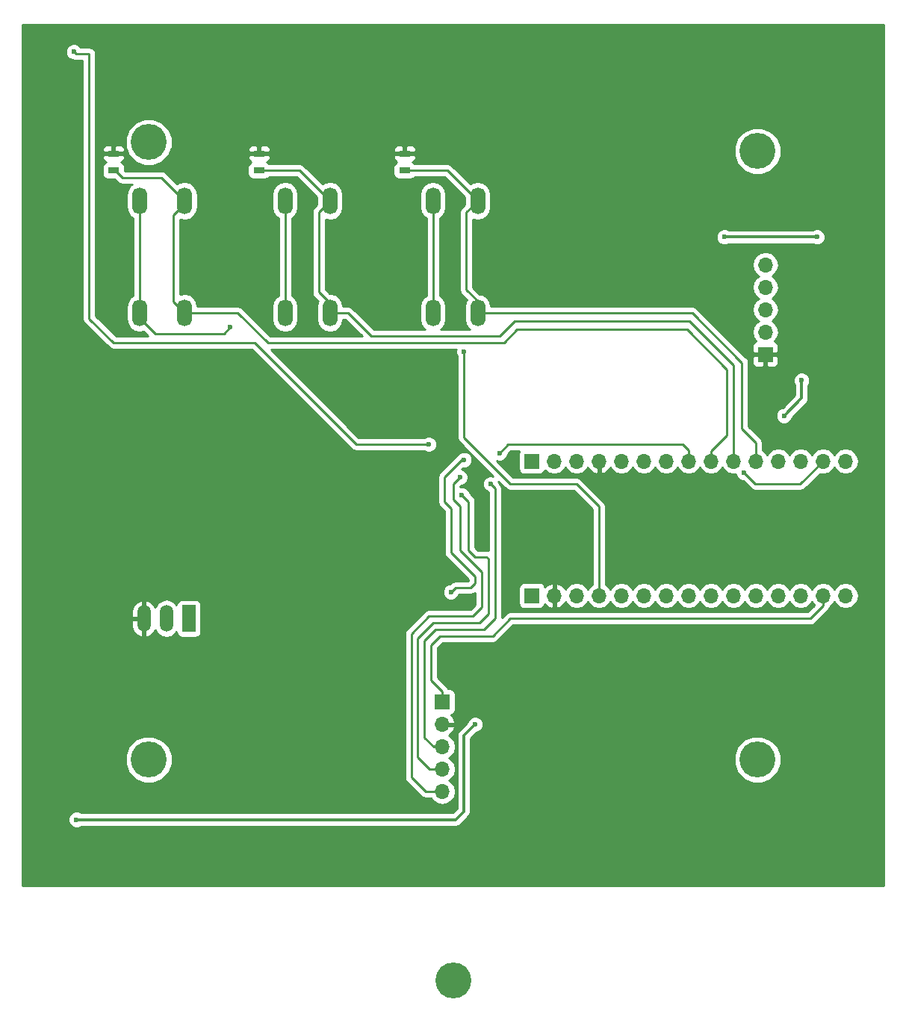
<source format=gbr>
G04 #@! TF.FileFunction,Copper,L2,Bot,Signal*
%FSLAX46Y46*%
G04 Gerber Fmt 4.6, Leading zero omitted, Abs format (unit mm)*
G04 Created by KiCad (PCBNEW 4.0.5) date *
%MOMM*%
%LPD*%
G01*
G04 APERTURE LIST*
%ADD10C,0.100000*%
%ADD11R,1.506220X3.014980*%
%ADD12O,1.506220X3.014980*%
%ADD13R,1.300000X0.700000*%
%ADD14R,1.700000X1.700000*%
%ADD15O,1.700000X1.700000*%
%ADD16O,1.727200X3.048000*%
%ADD17C,4.064000*%
%ADD18C,0.600000*%
%ADD19C,0.250000*%
%ADD20C,0.300000*%
%ADD21C,0.254000*%
G04 APERTURE END LIST*
D10*
D11*
X131540000Y-119000000D03*
D12*
X129000000Y-119000000D03*
X126460000Y-119000000D03*
D13*
X123000000Y-66300000D03*
X123000000Y-68200000D03*
X139500000Y-66300000D03*
X139500000Y-68200000D03*
X156000000Y-66300000D03*
X156000000Y-68200000D03*
D14*
X160260000Y-128470000D03*
D15*
X160260000Y-131010000D03*
X160260000Y-133550000D03*
X160260000Y-136090000D03*
X160260000Y-138630000D03*
D14*
X196890000Y-89060000D03*
D15*
X196890000Y-86520000D03*
X196890000Y-83980000D03*
X196890000Y-81440000D03*
X196890000Y-78900000D03*
D14*
X170420000Y-101165000D03*
D15*
X172960000Y-101165000D03*
X175500000Y-101165000D03*
X178040000Y-101165000D03*
X180580000Y-101165000D03*
X183120000Y-101165000D03*
X185660000Y-101165000D03*
X188200000Y-101165000D03*
X190740000Y-101165000D03*
X193280000Y-101165000D03*
X195820000Y-101165000D03*
X198360000Y-101165000D03*
X200900000Y-101165000D03*
X203440000Y-101165000D03*
X205980000Y-101165000D03*
D14*
X170420000Y-116405000D03*
D15*
X172960000Y-116405000D03*
X175500000Y-116405000D03*
X178040000Y-116405000D03*
X180580000Y-116405000D03*
X183120000Y-116405000D03*
X185660000Y-116405000D03*
X188200000Y-116405000D03*
X190740000Y-116405000D03*
X193280000Y-116405000D03*
X195820000Y-116405000D03*
X198360000Y-116405000D03*
X200900000Y-116405000D03*
X203440000Y-116405000D03*
X205980000Y-116405000D03*
D16*
X125960000Y-71650000D03*
X131040000Y-71650000D03*
X125960000Y-84350000D03*
X131040000Y-84350000D03*
X142460000Y-71650000D03*
X147540000Y-71650000D03*
X142460000Y-84350000D03*
X147540000Y-84350000D03*
X159210000Y-71650000D03*
X164290000Y-71650000D03*
X159210000Y-84350000D03*
X164290000Y-84350000D03*
D17*
X127000000Y-135000000D03*
X196000000Y-135000000D03*
X196000000Y-66000000D03*
X127000000Y-65000000D03*
X161500000Y-160075001D03*
D18*
X161250000Y-116000000D03*
X162750000Y-101000000D03*
X166750000Y-100250000D03*
X158750000Y-99250000D03*
X118500000Y-54750000D03*
X176300000Y-109700000D03*
X122250000Y-59250000D03*
X174250000Y-121000000D03*
X205250000Y-70000000D03*
X194250000Y-80500000D03*
X206500000Y-106250000D03*
X195000000Y-108500000D03*
X195000000Y-59750000D03*
X162750000Y-88750000D03*
X136250000Y-86000000D03*
X202750000Y-75750000D03*
X192250000Y-75750000D03*
X118800000Y-141800000D03*
X164000000Y-131000000D03*
X199000000Y-96000000D03*
X201000000Y-92000000D03*
X165750000Y-103750000D03*
X162500000Y-105000000D03*
X194500000Y-102500000D03*
X162250000Y-103000000D03*
D19*
X161250000Y-116000000D02*
X161750000Y-115500000D01*
X161750000Y-115500000D02*
X163500000Y-115500000D01*
X163500000Y-115500000D02*
X164000000Y-115000000D01*
X164000000Y-115000000D02*
X164000000Y-114250000D01*
X164000000Y-114250000D02*
X161250000Y-111500000D01*
X161250000Y-111500000D02*
X161250000Y-106500000D01*
X161250000Y-106500000D02*
X160500000Y-105750000D01*
X160500000Y-105750000D02*
X160500000Y-103000000D01*
X160500000Y-103000000D02*
X162500000Y-101000000D01*
X162500000Y-101000000D02*
X162750000Y-101000000D01*
X166750000Y-100250000D02*
X167750000Y-99250000D01*
X167750000Y-99250000D02*
X187500000Y-99250000D01*
X187500000Y-99250000D02*
X188200000Y-99950000D01*
X188200000Y-99950000D02*
X188200000Y-101165000D01*
X150500000Y-99250000D02*
X158750000Y-99250000D01*
X139000000Y-87750000D02*
X150500000Y-99250000D01*
X123000000Y-87750000D02*
X139000000Y-87750000D01*
X120250000Y-85000000D02*
X123000000Y-87750000D01*
X120250000Y-78000000D02*
X120250000Y-85000000D01*
X120250000Y-55000000D02*
X120250000Y-78000000D01*
X118750000Y-55000000D02*
X120250000Y-55000000D01*
X118500000Y-54750000D02*
X118750000Y-55000000D01*
X172960000Y-116405000D02*
X172960000Y-114840000D01*
X176300000Y-111500000D02*
X176300000Y-109700000D01*
X172960000Y-114840000D02*
X176300000Y-111500000D01*
X178040000Y-116405000D02*
X178040000Y-106290000D01*
X162750000Y-98500000D02*
X162750000Y-88750000D01*
X168000000Y-103750000D02*
X162750000Y-98500000D01*
X175500000Y-103750000D02*
X168000000Y-103750000D01*
X178040000Y-106290000D02*
X175500000Y-103750000D01*
X125960000Y-84350000D02*
X125960000Y-84960000D01*
X125960000Y-84960000D02*
X127750000Y-86750000D01*
X135500000Y-86750000D02*
X136250000Y-86000000D01*
X127750000Y-86750000D02*
X135500000Y-86750000D01*
X159210000Y-71650000D02*
X159210000Y-84350000D01*
X142460000Y-71650000D02*
X142460000Y-84350000D01*
X125960000Y-71650000D02*
X125960000Y-84350000D01*
X123000000Y-68200000D02*
X123200000Y-68200000D01*
X123200000Y-68200000D02*
X124000000Y-69000000D01*
X124000000Y-69000000D02*
X128390000Y-69000000D01*
X128390000Y-69000000D02*
X131040000Y-71650000D01*
X190740000Y-101165000D02*
X190740000Y-100010000D01*
X137100000Y-84350000D02*
X131040000Y-84350000D01*
X140500000Y-87750000D02*
X137100000Y-84350000D01*
X167250000Y-87750000D02*
X140500000Y-87750000D01*
X168750000Y-86250000D02*
X167250000Y-87750000D01*
X188000000Y-86250000D02*
X168750000Y-86250000D01*
X192500000Y-90750000D02*
X188000000Y-86250000D01*
X192500000Y-98250000D02*
X192500000Y-90750000D01*
X190740000Y-100010000D02*
X192500000Y-98250000D01*
X131040000Y-71650000D02*
X131040000Y-71960000D01*
X131040000Y-71960000D02*
X129750000Y-73250000D01*
X129750000Y-73250000D02*
X129750000Y-83060000D01*
X129750000Y-83060000D02*
X131040000Y-84350000D01*
X164290000Y-84350000D02*
X188600000Y-84350000D01*
X195820000Y-99070000D02*
X195820000Y-101165000D01*
X194250000Y-97500000D02*
X195820000Y-99070000D01*
X194250000Y-90000000D02*
X194250000Y-97500000D01*
X188600000Y-84350000D02*
X194250000Y-90000000D01*
X156000000Y-68200000D02*
X160840000Y-68200000D01*
X160840000Y-68200000D02*
X164290000Y-71650000D01*
X164290000Y-84350000D02*
X164290000Y-83040000D01*
X164290000Y-83040000D02*
X163000000Y-81750000D01*
X163000000Y-81750000D02*
X163000000Y-72940000D01*
X163000000Y-72940000D02*
X164290000Y-71650000D01*
X147540000Y-84350000D02*
X149600000Y-84350000D01*
X193280000Y-90280000D02*
X193280000Y-101165000D01*
X188250000Y-85250000D02*
X193280000Y-90280000D01*
X168500000Y-85250000D02*
X188250000Y-85250000D01*
X166750000Y-87000000D02*
X168500000Y-85250000D01*
X152250000Y-87000000D02*
X166750000Y-87000000D01*
X149600000Y-84350000D02*
X152250000Y-87000000D01*
X139500000Y-68200000D02*
X144090000Y-68200000D01*
X144090000Y-68200000D02*
X147540000Y-71650000D01*
X147540000Y-84350000D02*
X147540000Y-83290000D01*
X147540000Y-83290000D02*
X146250000Y-82000000D01*
X146250000Y-82000000D02*
X146250000Y-72940000D01*
X146250000Y-72940000D02*
X147540000Y-71650000D01*
X160260000Y-128470000D02*
X160260000Y-127260000D01*
X203440000Y-117560000D02*
X203440000Y-116405000D01*
X202000000Y-119000000D02*
X203440000Y-117560000D01*
X168000000Y-119000000D02*
X202000000Y-119000000D01*
X166000000Y-121000000D02*
X168000000Y-119000000D01*
X160000000Y-121000000D02*
X166000000Y-121000000D01*
X159000000Y-122000000D02*
X160000000Y-121000000D01*
X159000000Y-126000000D02*
X159000000Y-122000000D01*
X160260000Y-127260000D02*
X159000000Y-126000000D01*
D20*
X192250000Y-75750000D02*
X202750000Y-75750000D01*
X161800000Y-141800000D02*
X118800000Y-141800000D01*
X162700000Y-140900000D02*
X161800000Y-141800000D01*
X162700000Y-132300000D02*
X162700000Y-140900000D01*
X164000000Y-131000000D02*
X162700000Y-132300000D01*
X199000000Y-96000000D02*
X201000000Y-94000000D01*
X201000000Y-94000000D02*
X201000000Y-92000000D01*
D19*
X160260000Y-133550000D02*
X159300000Y-133550000D01*
X166250000Y-104250000D02*
X165750000Y-103750000D01*
X166250000Y-119000000D02*
X166250000Y-104250000D01*
X165000000Y-120250000D02*
X166250000Y-119000000D01*
X159500000Y-120250000D02*
X165000000Y-120250000D01*
X158250000Y-121500000D02*
X159500000Y-120250000D01*
X158250000Y-132500000D02*
X158250000Y-121500000D01*
X159300000Y-133550000D02*
X158250000Y-132500000D01*
X162500000Y-105000000D02*
X163250000Y-105750000D01*
X163250000Y-105750000D02*
X163250000Y-111250000D01*
X163250000Y-111250000D02*
X164000000Y-112000000D01*
X164000000Y-112000000D02*
X165250000Y-112000000D01*
X165250000Y-112000000D02*
X165500000Y-112250000D01*
X165500000Y-112250000D02*
X165500000Y-118500000D01*
X165500000Y-118500000D02*
X164500000Y-119500000D01*
X164500000Y-119500000D02*
X159250000Y-119500000D01*
X159250000Y-119500000D02*
X157500000Y-121250000D01*
X157500000Y-121250000D02*
X157500000Y-134750000D01*
X157500000Y-134750000D02*
X158840000Y-136090000D01*
X158840000Y-136090000D02*
X160260000Y-136090000D01*
X160260000Y-138630000D02*
X158380000Y-138630000D01*
X200855000Y-103750000D02*
X203440000Y-101165000D01*
X195750000Y-103750000D02*
X200855000Y-103750000D01*
X194500000Y-102500000D02*
X195750000Y-103750000D01*
X161500000Y-103750000D02*
X162250000Y-103000000D01*
X161500000Y-105500000D02*
X161500000Y-103750000D01*
X162250000Y-106250000D02*
X161500000Y-105500000D01*
X162250000Y-111250000D02*
X162250000Y-106250000D01*
X164750000Y-113750000D02*
X162250000Y-111250000D01*
X164750000Y-117750000D02*
X164750000Y-113750000D01*
X163750000Y-118750000D02*
X164750000Y-117750000D01*
X158750000Y-118750000D02*
X163750000Y-118750000D01*
X156750000Y-120750000D02*
X158750000Y-118750000D01*
X156750000Y-137000000D02*
X156750000Y-120750000D01*
X158380000Y-138630000D02*
X156750000Y-137000000D01*
D21*
G36*
X210290000Y-149290000D02*
X112710000Y-149290000D01*
X112710000Y-141985167D01*
X117864838Y-141985167D01*
X118006883Y-142328943D01*
X118269673Y-142592192D01*
X118613201Y-142734838D01*
X118985167Y-142735162D01*
X119328943Y-142593117D01*
X119337074Y-142585000D01*
X161800000Y-142585000D01*
X162100407Y-142525245D01*
X162355079Y-142355079D01*
X163255079Y-141455079D01*
X163425245Y-141200407D01*
X163485000Y-140900000D01*
X163485000Y-135528172D01*
X193332538Y-135528172D01*
X193737709Y-136508761D01*
X194487293Y-137259655D01*
X195467173Y-137666536D01*
X196528172Y-137667462D01*
X197508761Y-137262291D01*
X198259655Y-136512707D01*
X198666536Y-135532827D01*
X198667462Y-134471828D01*
X198262291Y-133491239D01*
X197512707Y-132740345D01*
X196532827Y-132333464D01*
X195471828Y-132332538D01*
X194491239Y-132737709D01*
X193740345Y-133487293D01*
X193333464Y-134467173D01*
X193332538Y-135528172D01*
X163485000Y-135528172D01*
X163485000Y-132625158D01*
X164175005Y-131935153D01*
X164185167Y-131935162D01*
X164528943Y-131793117D01*
X164792192Y-131530327D01*
X164934838Y-131186799D01*
X164935162Y-130814833D01*
X164793117Y-130471057D01*
X164530327Y-130207808D01*
X164186799Y-130065162D01*
X163814833Y-130064838D01*
X163471057Y-130206883D01*
X163207808Y-130469673D01*
X163065162Y-130813201D01*
X163065152Y-130824690D01*
X162144921Y-131744921D01*
X161974755Y-131999593D01*
X161974755Y-131999594D01*
X161915000Y-132300000D01*
X161915000Y-140574842D01*
X161474842Y-141015000D01*
X119337506Y-141015000D01*
X119330327Y-141007808D01*
X118986799Y-140865162D01*
X118614833Y-140864838D01*
X118271057Y-141006883D01*
X118007808Y-141269673D01*
X117865162Y-141613201D01*
X117864838Y-141985167D01*
X112710000Y-141985167D01*
X112710000Y-135528172D01*
X124332538Y-135528172D01*
X124737709Y-136508761D01*
X125487293Y-137259655D01*
X126467173Y-137666536D01*
X127528172Y-137667462D01*
X128508761Y-137262291D01*
X129259655Y-136512707D01*
X129666536Y-135532827D01*
X129667462Y-134471828D01*
X129262291Y-133491239D01*
X128512707Y-132740345D01*
X127532827Y-132333464D01*
X126471828Y-132332538D01*
X125491239Y-132737709D01*
X124740345Y-133487293D01*
X124333464Y-134467173D01*
X124332538Y-135528172D01*
X112710000Y-135528172D01*
X112710000Y-119127000D01*
X125071890Y-119127000D01*
X125071890Y-119881380D01*
X125226154Y-120402919D01*
X125568260Y-120825724D01*
X126046125Y-121085427D01*
X126118326Y-121099783D01*
X126333000Y-120977162D01*
X126333000Y-119127000D01*
X125071890Y-119127000D01*
X112710000Y-119127000D01*
X112710000Y-118118620D01*
X125071890Y-118118620D01*
X125071890Y-118873000D01*
X126333000Y-118873000D01*
X126333000Y-117022838D01*
X126587000Y-117022838D01*
X126587000Y-118873000D01*
X126607000Y-118873000D01*
X126607000Y-119127000D01*
X126587000Y-119127000D01*
X126587000Y-120977162D01*
X126801674Y-121099783D01*
X126873875Y-121085427D01*
X127351740Y-120825724D01*
X127693846Y-120402919D01*
X127716984Y-120324694D01*
X127717554Y-120327561D01*
X128018458Y-120777896D01*
X128468793Y-121078800D01*
X129000000Y-121184464D01*
X129531207Y-121078800D01*
X129981542Y-120777896D01*
X130144454Y-120534081D01*
X130183728Y-120742807D01*
X130322800Y-120958931D01*
X130535000Y-121103921D01*
X130786890Y-121154930D01*
X132293110Y-121154930D01*
X132528427Y-121110652D01*
X132744551Y-120971580D01*
X132889541Y-120759380D01*
X132940550Y-120507490D01*
X132940550Y-117492510D01*
X132896272Y-117257193D01*
X132757200Y-117041069D01*
X132545000Y-116896079D01*
X132293110Y-116845070D01*
X130786890Y-116845070D01*
X130551573Y-116889348D01*
X130335449Y-117028420D01*
X130190459Y-117240620D01*
X130144746Y-117466357D01*
X129981542Y-117222104D01*
X129531207Y-116921200D01*
X129000000Y-116815536D01*
X128468793Y-116921200D01*
X128018458Y-117222104D01*
X127717554Y-117672439D01*
X127716984Y-117675306D01*
X127693846Y-117597081D01*
X127351740Y-117174276D01*
X126873875Y-116914573D01*
X126801674Y-116900217D01*
X126587000Y-117022838D01*
X126333000Y-117022838D01*
X126118326Y-116900217D01*
X126046125Y-116914573D01*
X125568260Y-117174276D01*
X125226154Y-117597081D01*
X125071890Y-118118620D01*
X112710000Y-118118620D01*
X112710000Y-54935167D01*
X117564838Y-54935167D01*
X117706883Y-55278943D01*
X117969673Y-55542192D01*
X118313201Y-55684838D01*
X118433410Y-55684943D01*
X118459160Y-55702148D01*
X118750000Y-55760000D01*
X119490000Y-55760000D01*
X119490000Y-85000000D01*
X119547852Y-85290839D01*
X119712599Y-85537401D01*
X122462599Y-88287401D01*
X122709160Y-88452148D01*
X123000000Y-88510000D01*
X138685198Y-88510000D01*
X149962599Y-99787401D01*
X150209161Y-99952148D01*
X150500000Y-100010000D01*
X158187537Y-100010000D01*
X158219673Y-100042192D01*
X158563201Y-100184838D01*
X158935167Y-100185162D01*
X159278943Y-100043117D01*
X159542192Y-99780327D01*
X159684838Y-99436799D01*
X159685162Y-99064833D01*
X159543117Y-98721057D01*
X159280327Y-98457808D01*
X158936799Y-98315162D01*
X158564833Y-98314838D01*
X158221057Y-98456883D01*
X158187882Y-98490000D01*
X150814802Y-98490000D01*
X140834802Y-88510000D01*
X161837253Y-88510000D01*
X161815162Y-88563201D01*
X161814838Y-88935167D01*
X161956883Y-89278943D01*
X161990000Y-89312118D01*
X161990000Y-98500000D01*
X162047852Y-98790839D01*
X162212599Y-99037401D01*
X166028394Y-102853196D01*
X165936799Y-102815162D01*
X165564833Y-102814838D01*
X165221057Y-102956883D01*
X164957808Y-103219673D01*
X164815162Y-103563201D01*
X164814838Y-103935167D01*
X164956883Y-104278943D01*
X165219673Y-104542192D01*
X165490000Y-104654442D01*
X165490000Y-111287739D01*
X165250000Y-111240000D01*
X164314802Y-111240000D01*
X164010000Y-110935198D01*
X164010000Y-105750000D01*
X164002560Y-105712599D01*
X163952148Y-105459160D01*
X163787401Y-105212599D01*
X163435122Y-104860320D01*
X163435162Y-104814833D01*
X163293117Y-104471057D01*
X163030327Y-104207808D01*
X162686799Y-104065162D01*
X162314833Y-104064838D01*
X162260000Y-104087494D01*
X162260000Y-104064802D01*
X162389680Y-103935122D01*
X162435167Y-103935162D01*
X162778943Y-103793117D01*
X163042192Y-103530327D01*
X163184838Y-103186799D01*
X163185162Y-102814833D01*
X163043117Y-102471057D01*
X162780327Y-102207808D01*
X162488268Y-102086534D01*
X162639897Y-101934905D01*
X162935167Y-101935162D01*
X163278943Y-101793117D01*
X163542192Y-101530327D01*
X163684838Y-101186799D01*
X163685162Y-100814833D01*
X163543117Y-100471057D01*
X163280327Y-100207808D01*
X162936799Y-100065162D01*
X162564833Y-100064838D01*
X162221057Y-100206883D01*
X161969541Y-100457961D01*
X161962599Y-100462599D01*
X159962599Y-102462599D01*
X159797852Y-102709161D01*
X159740000Y-103000000D01*
X159740000Y-105750000D01*
X159797852Y-106040839D01*
X159962599Y-106287401D01*
X160490000Y-106814802D01*
X160490000Y-111500000D01*
X160547852Y-111790839D01*
X160712599Y-112037401D01*
X163240000Y-114564802D01*
X163240000Y-114685198D01*
X163185198Y-114740000D01*
X161750000Y-114740000D01*
X161459161Y-114797852D01*
X161212599Y-114962599D01*
X161110320Y-115064878D01*
X161064833Y-115064838D01*
X160721057Y-115206883D01*
X160457808Y-115469673D01*
X160315162Y-115813201D01*
X160314838Y-116185167D01*
X160456883Y-116528943D01*
X160719673Y-116792192D01*
X161063201Y-116934838D01*
X161435167Y-116935162D01*
X161778943Y-116793117D01*
X162042192Y-116530327D01*
X162154442Y-116260000D01*
X163500000Y-116260000D01*
X163790839Y-116202148D01*
X163990000Y-116069073D01*
X163990000Y-117435198D01*
X163435198Y-117990000D01*
X158750000Y-117990000D01*
X158459161Y-118047852D01*
X158212599Y-118212599D01*
X156212599Y-120212599D01*
X156047852Y-120459161D01*
X155990000Y-120750000D01*
X155990000Y-137000000D01*
X156047852Y-137290839D01*
X156212599Y-137537401D01*
X157842599Y-139167401D01*
X158089161Y-139332148D01*
X158380000Y-139390000D01*
X158987046Y-139390000D01*
X159180853Y-139680054D01*
X159662622Y-140001961D01*
X160230907Y-140115000D01*
X160289093Y-140115000D01*
X160857378Y-140001961D01*
X161339147Y-139680054D01*
X161661054Y-139198285D01*
X161774093Y-138630000D01*
X161661054Y-138061715D01*
X161339147Y-137579946D01*
X161009974Y-137360000D01*
X161339147Y-137140054D01*
X161661054Y-136658285D01*
X161774093Y-136090000D01*
X161661054Y-135521715D01*
X161339147Y-135039946D01*
X161009974Y-134820000D01*
X161339147Y-134600054D01*
X161661054Y-134118285D01*
X161774093Y-133550000D01*
X161661054Y-132981715D01*
X161339147Y-132499946D01*
X160998447Y-132272298D01*
X161141358Y-132205183D01*
X161531645Y-131776924D01*
X161701476Y-131366890D01*
X161580155Y-131137000D01*
X160387000Y-131137000D01*
X160387000Y-131157000D01*
X160133000Y-131157000D01*
X160133000Y-131137000D01*
X160113000Y-131137000D01*
X160113000Y-130883000D01*
X160133000Y-130883000D01*
X160133000Y-130863000D01*
X160387000Y-130863000D01*
X160387000Y-130883000D01*
X161580155Y-130883000D01*
X161701476Y-130653110D01*
X161531645Y-130243076D01*
X161255499Y-129940063D01*
X161345317Y-129923162D01*
X161561441Y-129784090D01*
X161706431Y-129571890D01*
X161757440Y-129320000D01*
X161757440Y-127620000D01*
X161713162Y-127384683D01*
X161574090Y-127168559D01*
X161361890Y-127023569D01*
X161110000Y-126972560D01*
X160962824Y-126972560D01*
X160962148Y-126969161D01*
X160797401Y-126722599D01*
X159760000Y-125685198D01*
X159760000Y-122314802D01*
X160314802Y-121760000D01*
X166000000Y-121760000D01*
X166290839Y-121702148D01*
X166537401Y-121537401D01*
X168314802Y-119760000D01*
X202000000Y-119760000D01*
X202290839Y-119702148D01*
X202537401Y-119537401D01*
X203977401Y-118097401D01*
X204142148Y-117850839D01*
X204172941Y-117696035D01*
X204490054Y-117484147D01*
X204710000Y-117154974D01*
X204929946Y-117484147D01*
X205411715Y-117806054D01*
X205980000Y-117919093D01*
X206548285Y-117806054D01*
X207030054Y-117484147D01*
X207351961Y-117002378D01*
X207465000Y-116434093D01*
X207465000Y-116375907D01*
X207351961Y-115807622D01*
X207030054Y-115325853D01*
X206548285Y-115003946D01*
X205980000Y-114890907D01*
X205411715Y-115003946D01*
X204929946Y-115325853D01*
X204710000Y-115655026D01*
X204490054Y-115325853D01*
X204008285Y-115003946D01*
X203440000Y-114890907D01*
X202871715Y-115003946D01*
X202389946Y-115325853D01*
X202170000Y-115655026D01*
X201950054Y-115325853D01*
X201468285Y-115003946D01*
X200900000Y-114890907D01*
X200331715Y-115003946D01*
X199849946Y-115325853D01*
X199630000Y-115655026D01*
X199410054Y-115325853D01*
X198928285Y-115003946D01*
X198360000Y-114890907D01*
X197791715Y-115003946D01*
X197309946Y-115325853D01*
X197090000Y-115655026D01*
X196870054Y-115325853D01*
X196388285Y-115003946D01*
X195820000Y-114890907D01*
X195251715Y-115003946D01*
X194769946Y-115325853D01*
X194550000Y-115655026D01*
X194330054Y-115325853D01*
X193848285Y-115003946D01*
X193280000Y-114890907D01*
X192711715Y-115003946D01*
X192229946Y-115325853D01*
X192010000Y-115655026D01*
X191790054Y-115325853D01*
X191308285Y-115003946D01*
X190740000Y-114890907D01*
X190171715Y-115003946D01*
X189689946Y-115325853D01*
X189470000Y-115655026D01*
X189250054Y-115325853D01*
X188768285Y-115003946D01*
X188200000Y-114890907D01*
X187631715Y-115003946D01*
X187149946Y-115325853D01*
X186930000Y-115655026D01*
X186710054Y-115325853D01*
X186228285Y-115003946D01*
X185660000Y-114890907D01*
X185091715Y-115003946D01*
X184609946Y-115325853D01*
X184390000Y-115655026D01*
X184170054Y-115325853D01*
X183688285Y-115003946D01*
X183120000Y-114890907D01*
X182551715Y-115003946D01*
X182069946Y-115325853D01*
X181850000Y-115655026D01*
X181630054Y-115325853D01*
X181148285Y-115003946D01*
X180580000Y-114890907D01*
X180011715Y-115003946D01*
X179529946Y-115325853D01*
X179310000Y-115655026D01*
X179090054Y-115325853D01*
X178800000Y-115132046D01*
X178800000Y-106290000D01*
X178750438Y-106040839D01*
X178742148Y-105999160D01*
X178577401Y-105752599D01*
X176037401Y-103212599D01*
X175790839Y-103047852D01*
X175500000Y-102990000D01*
X168314802Y-102990000D01*
X166471606Y-101146804D01*
X166563201Y-101184838D01*
X166935167Y-101185162D01*
X167278943Y-101043117D01*
X167542192Y-100780327D01*
X167684838Y-100436799D01*
X167684879Y-100389923D01*
X168064802Y-100010000D01*
X169009857Y-100010000D01*
X168973569Y-100063110D01*
X168922560Y-100315000D01*
X168922560Y-102015000D01*
X168966838Y-102250317D01*
X169105910Y-102466441D01*
X169318110Y-102611431D01*
X169570000Y-102662440D01*
X171270000Y-102662440D01*
X171505317Y-102618162D01*
X171721441Y-102479090D01*
X171866431Y-102266890D01*
X171880086Y-102199459D01*
X171909946Y-102244147D01*
X172391715Y-102566054D01*
X172960000Y-102679093D01*
X173528285Y-102566054D01*
X174010054Y-102244147D01*
X174230000Y-101914974D01*
X174449946Y-102244147D01*
X174931715Y-102566054D01*
X175500000Y-102679093D01*
X176068285Y-102566054D01*
X176550054Y-102244147D01*
X176777702Y-101903447D01*
X176844817Y-102046358D01*
X177273076Y-102436645D01*
X177683110Y-102606476D01*
X177913000Y-102485155D01*
X177913000Y-101292000D01*
X177893000Y-101292000D01*
X177893000Y-101038000D01*
X177913000Y-101038000D01*
X177913000Y-101018000D01*
X178167000Y-101018000D01*
X178167000Y-101038000D01*
X178187000Y-101038000D01*
X178187000Y-101292000D01*
X178167000Y-101292000D01*
X178167000Y-102485155D01*
X178396890Y-102606476D01*
X178806924Y-102436645D01*
X179235183Y-102046358D01*
X179302298Y-101903447D01*
X179529946Y-102244147D01*
X180011715Y-102566054D01*
X180580000Y-102679093D01*
X181148285Y-102566054D01*
X181630054Y-102244147D01*
X181850000Y-101914974D01*
X182069946Y-102244147D01*
X182551715Y-102566054D01*
X183120000Y-102679093D01*
X183688285Y-102566054D01*
X184170054Y-102244147D01*
X184390000Y-101914974D01*
X184609946Y-102244147D01*
X185091715Y-102566054D01*
X185660000Y-102679093D01*
X186228285Y-102566054D01*
X186710054Y-102244147D01*
X186930000Y-101914974D01*
X187149946Y-102244147D01*
X187631715Y-102566054D01*
X188200000Y-102679093D01*
X188768285Y-102566054D01*
X189250054Y-102244147D01*
X189470000Y-101914974D01*
X189689946Y-102244147D01*
X190171715Y-102566054D01*
X190740000Y-102679093D01*
X191308285Y-102566054D01*
X191790054Y-102244147D01*
X192010000Y-101914974D01*
X192229946Y-102244147D01*
X192711715Y-102566054D01*
X193280000Y-102679093D01*
X193564893Y-102622424D01*
X193564838Y-102685167D01*
X193706883Y-103028943D01*
X193969673Y-103292192D01*
X194313201Y-103434838D01*
X194360077Y-103434879D01*
X195212599Y-104287401D01*
X195459161Y-104452148D01*
X195750000Y-104510000D01*
X200855000Y-104510000D01*
X201145839Y-104452148D01*
X201392401Y-104287401D01*
X203073592Y-102606210D01*
X203440000Y-102679093D01*
X204008285Y-102566054D01*
X204490054Y-102244147D01*
X204710000Y-101914974D01*
X204929946Y-102244147D01*
X205411715Y-102566054D01*
X205980000Y-102679093D01*
X206548285Y-102566054D01*
X207030054Y-102244147D01*
X207351961Y-101762378D01*
X207465000Y-101194093D01*
X207465000Y-101135907D01*
X207351961Y-100567622D01*
X207030054Y-100085853D01*
X206548285Y-99763946D01*
X205980000Y-99650907D01*
X205411715Y-99763946D01*
X204929946Y-100085853D01*
X204710000Y-100415026D01*
X204490054Y-100085853D01*
X204008285Y-99763946D01*
X203440000Y-99650907D01*
X202871715Y-99763946D01*
X202389946Y-100085853D01*
X202170000Y-100415026D01*
X201950054Y-100085853D01*
X201468285Y-99763946D01*
X200900000Y-99650907D01*
X200331715Y-99763946D01*
X199849946Y-100085853D01*
X199630000Y-100415026D01*
X199410054Y-100085853D01*
X198928285Y-99763946D01*
X198360000Y-99650907D01*
X197791715Y-99763946D01*
X197309946Y-100085853D01*
X197090000Y-100415026D01*
X196870054Y-100085853D01*
X196580000Y-99892046D01*
X196580000Y-99070000D01*
X196522148Y-98779161D01*
X196522148Y-98779160D01*
X196357401Y-98532599D01*
X195010000Y-97185198D01*
X195010000Y-96185167D01*
X198064838Y-96185167D01*
X198206883Y-96528943D01*
X198469673Y-96792192D01*
X198813201Y-96934838D01*
X199185167Y-96935162D01*
X199528943Y-96793117D01*
X199792192Y-96530327D01*
X199934838Y-96186799D01*
X199934848Y-96175310D01*
X201555079Y-94555079D01*
X201725245Y-94300407D01*
X201785000Y-94000000D01*
X201785000Y-92537506D01*
X201792192Y-92530327D01*
X201934838Y-92186799D01*
X201935162Y-91814833D01*
X201793117Y-91471057D01*
X201530327Y-91207808D01*
X201186799Y-91065162D01*
X200814833Y-91064838D01*
X200471057Y-91206883D01*
X200207808Y-91469673D01*
X200065162Y-91813201D01*
X200064838Y-92185167D01*
X200206883Y-92528943D01*
X200215000Y-92537074D01*
X200215000Y-93674842D01*
X198824995Y-95064847D01*
X198814833Y-95064838D01*
X198471057Y-95206883D01*
X198207808Y-95469673D01*
X198065162Y-95813201D01*
X198064838Y-96185167D01*
X195010000Y-96185167D01*
X195010000Y-90000000D01*
X194952148Y-89709161D01*
X194787401Y-89462599D01*
X194670552Y-89345750D01*
X195405000Y-89345750D01*
X195405000Y-90036310D01*
X195501673Y-90269699D01*
X195680302Y-90448327D01*
X195913691Y-90545000D01*
X196604250Y-90545000D01*
X196763000Y-90386250D01*
X196763000Y-89187000D01*
X197017000Y-89187000D01*
X197017000Y-90386250D01*
X197175750Y-90545000D01*
X197866309Y-90545000D01*
X198099698Y-90448327D01*
X198278327Y-90269699D01*
X198375000Y-90036310D01*
X198375000Y-89345750D01*
X198216250Y-89187000D01*
X197017000Y-89187000D01*
X196763000Y-89187000D01*
X195563750Y-89187000D01*
X195405000Y-89345750D01*
X194670552Y-89345750D01*
X189137401Y-83812599D01*
X188890839Y-83647852D01*
X188600000Y-83590000D01*
X165777202Y-83590000D01*
X165674526Y-83073814D01*
X165349670Y-82587633D01*
X164863489Y-82262777D01*
X164519071Y-82194268D01*
X163760000Y-81435198D01*
X163760000Y-78900000D01*
X195375907Y-78900000D01*
X195488946Y-79468285D01*
X195810853Y-79950054D01*
X196140026Y-80170000D01*
X195810853Y-80389946D01*
X195488946Y-80871715D01*
X195375907Y-81440000D01*
X195488946Y-82008285D01*
X195810853Y-82490054D01*
X196140026Y-82710000D01*
X195810853Y-82929946D01*
X195488946Y-83411715D01*
X195375907Y-83980000D01*
X195488946Y-84548285D01*
X195810853Y-85030054D01*
X196140026Y-85250000D01*
X195810853Y-85469946D01*
X195488946Y-85951715D01*
X195375907Y-86520000D01*
X195488946Y-87088285D01*
X195810853Y-87570054D01*
X195854777Y-87599403D01*
X195680302Y-87671673D01*
X195501673Y-87850301D01*
X195405000Y-88083690D01*
X195405000Y-88774250D01*
X195563750Y-88933000D01*
X196763000Y-88933000D01*
X196763000Y-88913000D01*
X197017000Y-88913000D01*
X197017000Y-88933000D01*
X198216250Y-88933000D01*
X198375000Y-88774250D01*
X198375000Y-88083690D01*
X198278327Y-87850301D01*
X198099698Y-87671673D01*
X197925223Y-87599403D01*
X197969147Y-87570054D01*
X198291054Y-87088285D01*
X198404093Y-86520000D01*
X198291054Y-85951715D01*
X197969147Y-85469946D01*
X197639974Y-85250000D01*
X197969147Y-85030054D01*
X198291054Y-84548285D01*
X198404093Y-83980000D01*
X198291054Y-83411715D01*
X197969147Y-82929946D01*
X197639974Y-82710000D01*
X197969147Y-82490054D01*
X198291054Y-82008285D01*
X198404093Y-81440000D01*
X198291054Y-80871715D01*
X197969147Y-80389946D01*
X197639974Y-80170000D01*
X197969147Y-79950054D01*
X198291054Y-79468285D01*
X198404093Y-78900000D01*
X198291054Y-78331715D01*
X197969147Y-77849946D01*
X197487378Y-77528039D01*
X196919093Y-77415000D01*
X196860907Y-77415000D01*
X196292622Y-77528039D01*
X195810853Y-77849946D01*
X195488946Y-78331715D01*
X195375907Y-78900000D01*
X163760000Y-78900000D01*
X163760000Y-75935167D01*
X191314838Y-75935167D01*
X191456883Y-76278943D01*
X191719673Y-76542192D01*
X192063201Y-76684838D01*
X192435167Y-76685162D01*
X192778943Y-76543117D01*
X192787074Y-76535000D01*
X202212494Y-76535000D01*
X202219673Y-76542192D01*
X202563201Y-76684838D01*
X202935167Y-76685162D01*
X203278943Y-76543117D01*
X203542192Y-76280327D01*
X203684838Y-75936799D01*
X203685162Y-75564833D01*
X203543117Y-75221057D01*
X203280327Y-74957808D01*
X202936799Y-74815162D01*
X202564833Y-74814838D01*
X202221057Y-74956883D01*
X202212926Y-74965000D01*
X192787506Y-74965000D01*
X192780327Y-74957808D01*
X192436799Y-74815162D01*
X192064833Y-74814838D01*
X191721057Y-74956883D01*
X191457808Y-75219673D01*
X191315162Y-75563201D01*
X191314838Y-75935167D01*
X163760000Y-75935167D01*
X163760000Y-73745873D01*
X164290000Y-73851297D01*
X164863489Y-73737223D01*
X165349670Y-73412367D01*
X165674526Y-72926186D01*
X165788600Y-72352697D01*
X165788600Y-70947303D01*
X165674526Y-70373814D01*
X165349670Y-69887633D01*
X164863489Y-69562777D01*
X164290000Y-69448703D01*
X163716511Y-69562777D01*
X163453391Y-69738589D01*
X161377401Y-67662599D01*
X161130839Y-67497852D01*
X160840000Y-67440000D01*
X157140757Y-67440000D01*
X157114090Y-67398559D01*
X156901890Y-67253569D01*
X156868510Y-67246809D01*
X157009699Y-67188327D01*
X157188327Y-67009698D01*
X157285000Y-66776309D01*
X157285000Y-66585750D01*
X157227422Y-66528172D01*
X193332538Y-66528172D01*
X193737709Y-67508761D01*
X194487293Y-68259655D01*
X195467173Y-68666536D01*
X196528172Y-68667462D01*
X197508761Y-68262291D01*
X198259655Y-67512707D01*
X198666536Y-66532827D01*
X198667462Y-65471828D01*
X198262291Y-64491239D01*
X197512707Y-63740345D01*
X196532827Y-63333464D01*
X195471828Y-63332538D01*
X194491239Y-63737709D01*
X193740345Y-64487293D01*
X193333464Y-65467173D01*
X193332538Y-66528172D01*
X157227422Y-66528172D01*
X157126250Y-66427000D01*
X156127000Y-66427000D01*
X156127000Y-66447000D01*
X155873000Y-66447000D01*
X155873000Y-66427000D01*
X154873750Y-66427000D01*
X154715000Y-66585750D01*
X154715000Y-66776309D01*
X154811673Y-67009698D01*
X154990301Y-67188327D01*
X155126287Y-67244654D01*
X155114683Y-67246838D01*
X154898559Y-67385910D01*
X154753569Y-67598110D01*
X154702560Y-67850000D01*
X154702560Y-68550000D01*
X154746838Y-68785317D01*
X154885910Y-69001441D01*
X155098110Y-69146431D01*
X155350000Y-69197440D01*
X156650000Y-69197440D01*
X156885317Y-69153162D01*
X157101441Y-69014090D01*
X157138399Y-68960000D01*
X160525198Y-68960000D01*
X162791400Y-71226202D01*
X162791400Y-72073798D01*
X162462599Y-72402599D01*
X162297852Y-72649161D01*
X162240000Y-72940000D01*
X162240000Y-81750000D01*
X162297852Y-82040839D01*
X162462599Y-82287401D01*
X163043076Y-82867878D01*
X162905474Y-83073814D01*
X162791400Y-83647303D01*
X162791400Y-85052697D01*
X162905474Y-85626186D01*
X163230330Y-86112367D01*
X163421346Y-86240000D01*
X160078654Y-86240000D01*
X160269670Y-86112367D01*
X160594526Y-85626186D01*
X160708600Y-85052697D01*
X160708600Y-83647303D01*
X160594526Y-83073814D01*
X160269670Y-82587633D01*
X159970000Y-82387400D01*
X159970000Y-73612600D01*
X160269670Y-73412367D01*
X160594526Y-72926186D01*
X160708600Y-72352697D01*
X160708600Y-70947303D01*
X160594526Y-70373814D01*
X160269670Y-69887633D01*
X159783489Y-69562777D01*
X159210000Y-69448703D01*
X158636511Y-69562777D01*
X158150330Y-69887633D01*
X157825474Y-70373814D01*
X157711400Y-70947303D01*
X157711400Y-72352697D01*
X157825474Y-72926186D01*
X158150330Y-73412367D01*
X158450000Y-73612600D01*
X158450000Y-82387400D01*
X158150330Y-82587633D01*
X157825474Y-83073814D01*
X157711400Y-83647303D01*
X157711400Y-85052697D01*
X157825474Y-85626186D01*
X158150330Y-86112367D01*
X158341346Y-86240000D01*
X152564802Y-86240000D01*
X150137401Y-83812599D01*
X149890839Y-83647852D01*
X149600000Y-83590000D01*
X149027202Y-83590000D01*
X148924526Y-83073814D01*
X148599670Y-82587633D01*
X148113489Y-82262777D01*
X147540000Y-82148703D01*
X147484538Y-82159735D01*
X147010000Y-81685198D01*
X147010000Y-73745873D01*
X147540000Y-73851297D01*
X148113489Y-73737223D01*
X148599670Y-73412367D01*
X148924526Y-72926186D01*
X149038600Y-72352697D01*
X149038600Y-70947303D01*
X148924526Y-70373814D01*
X148599670Y-69887633D01*
X148113489Y-69562777D01*
X147540000Y-69448703D01*
X146966511Y-69562777D01*
X146703391Y-69738589D01*
X144627401Y-67662599D01*
X144380839Y-67497852D01*
X144090000Y-67440000D01*
X140640757Y-67440000D01*
X140614090Y-67398559D01*
X140401890Y-67253569D01*
X140368510Y-67246809D01*
X140509699Y-67188327D01*
X140688327Y-67009698D01*
X140785000Y-66776309D01*
X140785000Y-66585750D01*
X140626250Y-66427000D01*
X139627000Y-66427000D01*
X139627000Y-66447000D01*
X139373000Y-66447000D01*
X139373000Y-66427000D01*
X138373750Y-66427000D01*
X138215000Y-66585750D01*
X138215000Y-66776309D01*
X138311673Y-67009698D01*
X138490301Y-67188327D01*
X138626287Y-67244654D01*
X138614683Y-67246838D01*
X138398559Y-67385910D01*
X138253569Y-67598110D01*
X138202560Y-67850000D01*
X138202560Y-68550000D01*
X138246838Y-68785317D01*
X138385910Y-69001441D01*
X138598110Y-69146431D01*
X138850000Y-69197440D01*
X140150000Y-69197440D01*
X140385317Y-69153162D01*
X140601441Y-69014090D01*
X140638399Y-68960000D01*
X143775198Y-68960000D01*
X146041400Y-71226202D01*
X146041400Y-72073798D01*
X145712599Y-72402599D01*
X145547852Y-72649161D01*
X145490000Y-72940000D01*
X145490000Y-82000000D01*
X145547852Y-82290839D01*
X145712599Y-82537401D01*
X146192940Y-83017742D01*
X146155474Y-83073814D01*
X146041400Y-83647303D01*
X146041400Y-85052697D01*
X146155474Y-85626186D01*
X146480330Y-86112367D01*
X146966511Y-86437223D01*
X147540000Y-86551297D01*
X148113489Y-86437223D01*
X148599670Y-86112367D01*
X148924526Y-85626186D01*
X149027202Y-85110000D01*
X149285198Y-85110000D01*
X151165198Y-86990000D01*
X140814802Y-86990000D01*
X137637401Y-83812599D01*
X137390839Y-83647852D01*
X137100000Y-83590000D01*
X132527202Y-83590000D01*
X132424526Y-83073814D01*
X132099670Y-82587633D01*
X131613489Y-82262777D01*
X131040000Y-82148703D01*
X130510000Y-82254127D01*
X130510000Y-73745873D01*
X131040000Y-73851297D01*
X131613489Y-73737223D01*
X132099670Y-73412367D01*
X132424526Y-72926186D01*
X132538600Y-72352697D01*
X132538600Y-70947303D01*
X140961400Y-70947303D01*
X140961400Y-72352697D01*
X141075474Y-72926186D01*
X141400330Y-73412367D01*
X141700000Y-73612600D01*
X141700000Y-82387400D01*
X141400330Y-82587633D01*
X141075474Y-83073814D01*
X140961400Y-83647303D01*
X140961400Y-85052697D01*
X141075474Y-85626186D01*
X141400330Y-86112367D01*
X141886511Y-86437223D01*
X142460000Y-86551297D01*
X143033489Y-86437223D01*
X143519670Y-86112367D01*
X143844526Y-85626186D01*
X143958600Y-85052697D01*
X143958600Y-83647303D01*
X143844526Y-83073814D01*
X143519670Y-82587633D01*
X143220000Y-82387400D01*
X143220000Y-73612600D01*
X143519670Y-73412367D01*
X143844526Y-72926186D01*
X143958600Y-72352697D01*
X143958600Y-70947303D01*
X143844526Y-70373814D01*
X143519670Y-69887633D01*
X143033489Y-69562777D01*
X142460000Y-69448703D01*
X141886511Y-69562777D01*
X141400330Y-69887633D01*
X141075474Y-70373814D01*
X140961400Y-70947303D01*
X132538600Y-70947303D01*
X132424526Y-70373814D01*
X132099670Y-69887633D01*
X131613489Y-69562777D01*
X131040000Y-69448703D01*
X130466511Y-69562777D01*
X130203391Y-69738589D01*
X128927401Y-68462599D01*
X128680839Y-68297852D01*
X128390000Y-68240000D01*
X124314802Y-68240000D01*
X124297440Y-68222638D01*
X124297440Y-67850000D01*
X124253162Y-67614683D01*
X124114090Y-67398559D01*
X123901890Y-67253569D01*
X123868510Y-67246809D01*
X124009699Y-67188327D01*
X124188327Y-67009698D01*
X124285000Y-66776309D01*
X124285000Y-66585750D01*
X124126250Y-66427000D01*
X123127000Y-66427000D01*
X123127000Y-66447000D01*
X122873000Y-66447000D01*
X122873000Y-66427000D01*
X121873750Y-66427000D01*
X121715000Y-66585750D01*
X121715000Y-66776309D01*
X121811673Y-67009698D01*
X121990301Y-67188327D01*
X122126287Y-67244654D01*
X122114683Y-67246838D01*
X121898559Y-67385910D01*
X121753569Y-67598110D01*
X121702560Y-67850000D01*
X121702560Y-68550000D01*
X121746838Y-68785317D01*
X121885910Y-69001441D01*
X122098110Y-69146431D01*
X122350000Y-69197440D01*
X123122638Y-69197440D01*
X123462599Y-69537401D01*
X123709161Y-69702148D01*
X124000000Y-69760000D01*
X125091346Y-69760000D01*
X124900330Y-69887633D01*
X124575474Y-70373814D01*
X124461400Y-70947303D01*
X124461400Y-72352697D01*
X124575474Y-72926186D01*
X124900330Y-73412367D01*
X125200000Y-73612600D01*
X125200000Y-82387400D01*
X124900330Y-82587633D01*
X124575474Y-83073814D01*
X124461400Y-83647303D01*
X124461400Y-85052697D01*
X124575474Y-85626186D01*
X124900330Y-86112367D01*
X125386511Y-86437223D01*
X125960000Y-86551297D01*
X126390803Y-86465605D01*
X126915198Y-86990000D01*
X123314802Y-86990000D01*
X121010000Y-84685198D01*
X121010000Y-65823691D01*
X121715000Y-65823691D01*
X121715000Y-66014250D01*
X121873750Y-66173000D01*
X122873000Y-66173000D01*
X122873000Y-65473750D01*
X123127000Y-65473750D01*
X123127000Y-66173000D01*
X124126250Y-66173000D01*
X124285000Y-66014250D01*
X124285000Y-65823691D01*
X124188327Y-65590302D01*
X124126198Y-65528172D01*
X124332538Y-65528172D01*
X124737709Y-66508761D01*
X125487293Y-67259655D01*
X126467173Y-67666536D01*
X127528172Y-67667462D01*
X128508761Y-67262291D01*
X129259655Y-66512707D01*
X129545758Y-65823691D01*
X138215000Y-65823691D01*
X138215000Y-66014250D01*
X138373750Y-66173000D01*
X139373000Y-66173000D01*
X139373000Y-65473750D01*
X139627000Y-65473750D01*
X139627000Y-66173000D01*
X140626250Y-66173000D01*
X140785000Y-66014250D01*
X140785000Y-65823691D01*
X154715000Y-65823691D01*
X154715000Y-66014250D01*
X154873750Y-66173000D01*
X155873000Y-66173000D01*
X155873000Y-65473750D01*
X156127000Y-65473750D01*
X156127000Y-66173000D01*
X157126250Y-66173000D01*
X157285000Y-66014250D01*
X157285000Y-65823691D01*
X157188327Y-65590302D01*
X157009699Y-65411673D01*
X156776310Y-65315000D01*
X156285750Y-65315000D01*
X156127000Y-65473750D01*
X155873000Y-65473750D01*
X155714250Y-65315000D01*
X155223690Y-65315000D01*
X154990301Y-65411673D01*
X154811673Y-65590302D01*
X154715000Y-65823691D01*
X140785000Y-65823691D01*
X140688327Y-65590302D01*
X140509699Y-65411673D01*
X140276310Y-65315000D01*
X139785750Y-65315000D01*
X139627000Y-65473750D01*
X139373000Y-65473750D01*
X139214250Y-65315000D01*
X138723690Y-65315000D01*
X138490301Y-65411673D01*
X138311673Y-65590302D01*
X138215000Y-65823691D01*
X129545758Y-65823691D01*
X129666536Y-65532827D01*
X129667462Y-64471828D01*
X129262291Y-63491239D01*
X128512707Y-62740345D01*
X127532827Y-62333464D01*
X126471828Y-62332538D01*
X125491239Y-62737709D01*
X124740345Y-63487293D01*
X124333464Y-64467173D01*
X124332538Y-65528172D01*
X124126198Y-65528172D01*
X124009699Y-65411673D01*
X123776310Y-65315000D01*
X123285750Y-65315000D01*
X123127000Y-65473750D01*
X122873000Y-65473750D01*
X122714250Y-65315000D01*
X122223690Y-65315000D01*
X121990301Y-65411673D01*
X121811673Y-65590302D01*
X121715000Y-65823691D01*
X121010000Y-65823691D01*
X121010000Y-55000000D01*
X120952148Y-54709161D01*
X120787401Y-54462599D01*
X120540839Y-54297852D01*
X120250000Y-54240000D01*
X119300944Y-54240000D01*
X119293117Y-54221057D01*
X119030327Y-53957808D01*
X118686799Y-53815162D01*
X118314833Y-53814838D01*
X117971057Y-53956883D01*
X117707808Y-54219673D01*
X117565162Y-54563201D01*
X117564838Y-54935167D01*
X112710000Y-54935167D01*
X112710000Y-51710000D01*
X210290000Y-51710000D01*
X210290000Y-149290000D01*
X210290000Y-149290000D01*
G37*
X210290000Y-149290000D02*
X112710000Y-149290000D01*
X112710000Y-141985167D01*
X117864838Y-141985167D01*
X118006883Y-142328943D01*
X118269673Y-142592192D01*
X118613201Y-142734838D01*
X118985167Y-142735162D01*
X119328943Y-142593117D01*
X119337074Y-142585000D01*
X161800000Y-142585000D01*
X162100407Y-142525245D01*
X162355079Y-142355079D01*
X163255079Y-141455079D01*
X163425245Y-141200407D01*
X163485000Y-140900000D01*
X163485000Y-135528172D01*
X193332538Y-135528172D01*
X193737709Y-136508761D01*
X194487293Y-137259655D01*
X195467173Y-137666536D01*
X196528172Y-137667462D01*
X197508761Y-137262291D01*
X198259655Y-136512707D01*
X198666536Y-135532827D01*
X198667462Y-134471828D01*
X198262291Y-133491239D01*
X197512707Y-132740345D01*
X196532827Y-132333464D01*
X195471828Y-132332538D01*
X194491239Y-132737709D01*
X193740345Y-133487293D01*
X193333464Y-134467173D01*
X193332538Y-135528172D01*
X163485000Y-135528172D01*
X163485000Y-132625158D01*
X164175005Y-131935153D01*
X164185167Y-131935162D01*
X164528943Y-131793117D01*
X164792192Y-131530327D01*
X164934838Y-131186799D01*
X164935162Y-130814833D01*
X164793117Y-130471057D01*
X164530327Y-130207808D01*
X164186799Y-130065162D01*
X163814833Y-130064838D01*
X163471057Y-130206883D01*
X163207808Y-130469673D01*
X163065162Y-130813201D01*
X163065152Y-130824690D01*
X162144921Y-131744921D01*
X161974755Y-131999593D01*
X161974755Y-131999594D01*
X161915000Y-132300000D01*
X161915000Y-140574842D01*
X161474842Y-141015000D01*
X119337506Y-141015000D01*
X119330327Y-141007808D01*
X118986799Y-140865162D01*
X118614833Y-140864838D01*
X118271057Y-141006883D01*
X118007808Y-141269673D01*
X117865162Y-141613201D01*
X117864838Y-141985167D01*
X112710000Y-141985167D01*
X112710000Y-135528172D01*
X124332538Y-135528172D01*
X124737709Y-136508761D01*
X125487293Y-137259655D01*
X126467173Y-137666536D01*
X127528172Y-137667462D01*
X128508761Y-137262291D01*
X129259655Y-136512707D01*
X129666536Y-135532827D01*
X129667462Y-134471828D01*
X129262291Y-133491239D01*
X128512707Y-132740345D01*
X127532827Y-132333464D01*
X126471828Y-132332538D01*
X125491239Y-132737709D01*
X124740345Y-133487293D01*
X124333464Y-134467173D01*
X124332538Y-135528172D01*
X112710000Y-135528172D01*
X112710000Y-119127000D01*
X125071890Y-119127000D01*
X125071890Y-119881380D01*
X125226154Y-120402919D01*
X125568260Y-120825724D01*
X126046125Y-121085427D01*
X126118326Y-121099783D01*
X126333000Y-120977162D01*
X126333000Y-119127000D01*
X125071890Y-119127000D01*
X112710000Y-119127000D01*
X112710000Y-118118620D01*
X125071890Y-118118620D01*
X125071890Y-118873000D01*
X126333000Y-118873000D01*
X126333000Y-117022838D01*
X126587000Y-117022838D01*
X126587000Y-118873000D01*
X126607000Y-118873000D01*
X126607000Y-119127000D01*
X126587000Y-119127000D01*
X126587000Y-120977162D01*
X126801674Y-121099783D01*
X126873875Y-121085427D01*
X127351740Y-120825724D01*
X127693846Y-120402919D01*
X127716984Y-120324694D01*
X127717554Y-120327561D01*
X128018458Y-120777896D01*
X128468793Y-121078800D01*
X129000000Y-121184464D01*
X129531207Y-121078800D01*
X129981542Y-120777896D01*
X130144454Y-120534081D01*
X130183728Y-120742807D01*
X130322800Y-120958931D01*
X130535000Y-121103921D01*
X130786890Y-121154930D01*
X132293110Y-121154930D01*
X132528427Y-121110652D01*
X132744551Y-120971580D01*
X132889541Y-120759380D01*
X132940550Y-120507490D01*
X132940550Y-117492510D01*
X132896272Y-117257193D01*
X132757200Y-117041069D01*
X132545000Y-116896079D01*
X132293110Y-116845070D01*
X130786890Y-116845070D01*
X130551573Y-116889348D01*
X130335449Y-117028420D01*
X130190459Y-117240620D01*
X130144746Y-117466357D01*
X129981542Y-117222104D01*
X129531207Y-116921200D01*
X129000000Y-116815536D01*
X128468793Y-116921200D01*
X128018458Y-117222104D01*
X127717554Y-117672439D01*
X127716984Y-117675306D01*
X127693846Y-117597081D01*
X127351740Y-117174276D01*
X126873875Y-116914573D01*
X126801674Y-116900217D01*
X126587000Y-117022838D01*
X126333000Y-117022838D01*
X126118326Y-116900217D01*
X126046125Y-116914573D01*
X125568260Y-117174276D01*
X125226154Y-117597081D01*
X125071890Y-118118620D01*
X112710000Y-118118620D01*
X112710000Y-54935167D01*
X117564838Y-54935167D01*
X117706883Y-55278943D01*
X117969673Y-55542192D01*
X118313201Y-55684838D01*
X118433410Y-55684943D01*
X118459160Y-55702148D01*
X118750000Y-55760000D01*
X119490000Y-55760000D01*
X119490000Y-85000000D01*
X119547852Y-85290839D01*
X119712599Y-85537401D01*
X122462599Y-88287401D01*
X122709160Y-88452148D01*
X123000000Y-88510000D01*
X138685198Y-88510000D01*
X149962599Y-99787401D01*
X150209161Y-99952148D01*
X150500000Y-100010000D01*
X158187537Y-100010000D01*
X158219673Y-100042192D01*
X158563201Y-100184838D01*
X158935167Y-100185162D01*
X159278943Y-100043117D01*
X159542192Y-99780327D01*
X159684838Y-99436799D01*
X159685162Y-99064833D01*
X159543117Y-98721057D01*
X159280327Y-98457808D01*
X158936799Y-98315162D01*
X158564833Y-98314838D01*
X158221057Y-98456883D01*
X158187882Y-98490000D01*
X150814802Y-98490000D01*
X140834802Y-88510000D01*
X161837253Y-88510000D01*
X161815162Y-88563201D01*
X161814838Y-88935167D01*
X161956883Y-89278943D01*
X161990000Y-89312118D01*
X161990000Y-98500000D01*
X162047852Y-98790839D01*
X162212599Y-99037401D01*
X166028394Y-102853196D01*
X165936799Y-102815162D01*
X165564833Y-102814838D01*
X165221057Y-102956883D01*
X164957808Y-103219673D01*
X164815162Y-103563201D01*
X164814838Y-103935167D01*
X164956883Y-104278943D01*
X165219673Y-104542192D01*
X165490000Y-104654442D01*
X165490000Y-111287739D01*
X165250000Y-111240000D01*
X164314802Y-111240000D01*
X164010000Y-110935198D01*
X164010000Y-105750000D01*
X164002560Y-105712599D01*
X163952148Y-105459160D01*
X163787401Y-105212599D01*
X163435122Y-104860320D01*
X163435162Y-104814833D01*
X163293117Y-104471057D01*
X163030327Y-104207808D01*
X162686799Y-104065162D01*
X162314833Y-104064838D01*
X162260000Y-104087494D01*
X162260000Y-104064802D01*
X162389680Y-103935122D01*
X162435167Y-103935162D01*
X162778943Y-103793117D01*
X163042192Y-103530327D01*
X163184838Y-103186799D01*
X163185162Y-102814833D01*
X163043117Y-102471057D01*
X162780327Y-102207808D01*
X162488268Y-102086534D01*
X162639897Y-101934905D01*
X162935167Y-101935162D01*
X163278943Y-101793117D01*
X163542192Y-101530327D01*
X163684838Y-101186799D01*
X163685162Y-100814833D01*
X163543117Y-100471057D01*
X163280327Y-100207808D01*
X162936799Y-100065162D01*
X162564833Y-100064838D01*
X162221057Y-100206883D01*
X161969541Y-100457961D01*
X161962599Y-100462599D01*
X159962599Y-102462599D01*
X159797852Y-102709161D01*
X159740000Y-103000000D01*
X159740000Y-105750000D01*
X159797852Y-106040839D01*
X159962599Y-106287401D01*
X160490000Y-106814802D01*
X160490000Y-111500000D01*
X160547852Y-111790839D01*
X160712599Y-112037401D01*
X163240000Y-114564802D01*
X163240000Y-114685198D01*
X163185198Y-114740000D01*
X161750000Y-114740000D01*
X161459161Y-114797852D01*
X161212599Y-114962599D01*
X161110320Y-115064878D01*
X161064833Y-115064838D01*
X160721057Y-115206883D01*
X160457808Y-115469673D01*
X160315162Y-115813201D01*
X160314838Y-116185167D01*
X160456883Y-116528943D01*
X160719673Y-116792192D01*
X161063201Y-116934838D01*
X161435167Y-116935162D01*
X161778943Y-116793117D01*
X162042192Y-116530327D01*
X162154442Y-116260000D01*
X163500000Y-116260000D01*
X163790839Y-116202148D01*
X163990000Y-116069073D01*
X163990000Y-117435198D01*
X163435198Y-117990000D01*
X158750000Y-117990000D01*
X158459161Y-118047852D01*
X158212599Y-118212599D01*
X156212599Y-120212599D01*
X156047852Y-120459161D01*
X155990000Y-120750000D01*
X155990000Y-137000000D01*
X156047852Y-137290839D01*
X156212599Y-137537401D01*
X157842599Y-139167401D01*
X158089161Y-139332148D01*
X158380000Y-139390000D01*
X158987046Y-139390000D01*
X159180853Y-139680054D01*
X159662622Y-140001961D01*
X160230907Y-140115000D01*
X160289093Y-140115000D01*
X160857378Y-140001961D01*
X161339147Y-139680054D01*
X161661054Y-139198285D01*
X161774093Y-138630000D01*
X161661054Y-138061715D01*
X161339147Y-137579946D01*
X161009974Y-137360000D01*
X161339147Y-137140054D01*
X161661054Y-136658285D01*
X161774093Y-136090000D01*
X161661054Y-135521715D01*
X161339147Y-135039946D01*
X161009974Y-134820000D01*
X161339147Y-134600054D01*
X161661054Y-134118285D01*
X161774093Y-133550000D01*
X161661054Y-132981715D01*
X161339147Y-132499946D01*
X160998447Y-132272298D01*
X161141358Y-132205183D01*
X161531645Y-131776924D01*
X161701476Y-131366890D01*
X161580155Y-131137000D01*
X160387000Y-131137000D01*
X160387000Y-131157000D01*
X160133000Y-131157000D01*
X160133000Y-131137000D01*
X160113000Y-131137000D01*
X160113000Y-130883000D01*
X160133000Y-130883000D01*
X160133000Y-130863000D01*
X160387000Y-130863000D01*
X160387000Y-130883000D01*
X161580155Y-130883000D01*
X161701476Y-130653110D01*
X161531645Y-130243076D01*
X161255499Y-129940063D01*
X161345317Y-129923162D01*
X161561441Y-129784090D01*
X161706431Y-129571890D01*
X161757440Y-129320000D01*
X161757440Y-127620000D01*
X161713162Y-127384683D01*
X161574090Y-127168559D01*
X161361890Y-127023569D01*
X161110000Y-126972560D01*
X160962824Y-126972560D01*
X160962148Y-126969161D01*
X160797401Y-126722599D01*
X159760000Y-125685198D01*
X159760000Y-122314802D01*
X160314802Y-121760000D01*
X166000000Y-121760000D01*
X166290839Y-121702148D01*
X166537401Y-121537401D01*
X168314802Y-119760000D01*
X202000000Y-119760000D01*
X202290839Y-119702148D01*
X202537401Y-119537401D01*
X203977401Y-118097401D01*
X204142148Y-117850839D01*
X204172941Y-117696035D01*
X204490054Y-117484147D01*
X204710000Y-117154974D01*
X204929946Y-117484147D01*
X205411715Y-117806054D01*
X205980000Y-117919093D01*
X206548285Y-117806054D01*
X207030054Y-117484147D01*
X207351961Y-117002378D01*
X207465000Y-116434093D01*
X207465000Y-116375907D01*
X207351961Y-115807622D01*
X207030054Y-115325853D01*
X206548285Y-115003946D01*
X205980000Y-114890907D01*
X205411715Y-115003946D01*
X204929946Y-115325853D01*
X204710000Y-115655026D01*
X204490054Y-115325853D01*
X204008285Y-115003946D01*
X203440000Y-114890907D01*
X202871715Y-115003946D01*
X202389946Y-115325853D01*
X202170000Y-115655026D01*
X201950054Y-115325853D01*
X201468285Y-115003946D01*
X200900000Y-114890907D01*
X200331715Y-115003946D01*
X199849946Y-115325853D01*
X199630000Y-115655026D01*
X199410054Y-115325853D01*
X198928285Y-115003946D01*
X198360000Y-114890907D01*
X197791715Y-115003946D01*
X197309946Y-115325853D01*
X197090000Y-115655026D01*
X196870054Y-115325853D01*
X196388285Y-115003946D01*
X195820000Y-114890907D01*
X195251715Y-115003946D01*
X194769946Y-115325853D01*
X194550000Y-115655026D01*
X194330054Y-115325853D01*
X193848285Y-115003946D01*
X193280000Y-114890907D01*
X192711715Y-115003946D01*
X192229946Y-115325853D01*
X192010000Y-115655026D01*
X191790054Y-115325853D01*
X191308285Y-115003946D01*
X190740000Y-114890907D01*
X190171715Y-115003946D01*
X189689946Y-115325853D01*
X189470000Y-115655026D01*
X189250054Y-115325853D01*
X188768285Y-115003946D01*
X188200000Y-114890907D01*
X187631715Y-115003946D01*
X187149946Y-115325853D01*
X186930000Y-115655026D01*
X186710054Y-115325853D01*
X186228285Y-115003946D01*
X185660000Y-114890907D01*
X185091715Y-115003946D01*
X184609946Y-115325853D01*
X184390000Y-115655026D01*
X184170054Y-115325853D01*
X183688285Y-115003946D01*
X183120000Y-114890907D01*
X182551715Y-115003946D01*
X182069946Y-115325853D01*
X181850000Y-115655026D01*
X181630054Y-115325853D01*
X181148285Y-115003946D01*
X180580000Y-114890907D01*
X180011715Y-115003946D01*
X179529946Y-115325853D01*
X179310000Y-115655026D01*
X179090054Y-115325853D01*
X178800000Y-115132046D01*
X178800000Y-106290000D01*
X178750438Y-106040839D01*
X178742148Y-105999160D01*
X178577401Y-105752599D01*
X176037401Y-103212599D01*
X175790839Y-103047852D01*
X175500000Y-102990000D01*
X168314802Y-102990000D01*
X166471606Y-101146804D01*
X166563201Y-101184838D01*
X166935167Y-101185162D01*
X167278943Y-101043117D01*
X167542192Y-100780327D01*
X167684838Y-100436799D01*
X167684879Y-100389923D01*
X168064802Y-100010000D01*
X169009857Y-100010000D01*
X168973569Y-100063110D01*
X168922560Y-100315000D01*
X168922560Y-102015000D01*
X168966838Y-102250317D01*
X169105910Y-102466441D01*
X169318110Y-102611431D01*
X169570000Y-102662440D01*
X171270000Y-102662440D01*
X171505317Y-102618162D01*
X171721441Y-102479090D01*
X171866431Y-102266890D01*
X171880086Y-102199459D01*
X171909946Y-102244147D01*
X172391715Y-102566054D01*
X172960000Y-102679093D01*
X173528285Y-102566054D01*
X174010054Y-102244147D01*
X174230000Y-101914974D01*
X174449946Y-102244147D01*
X174931715Y-102566054D01*
X175500000Y-102679093D01*
X176068285Y-102566054D01*
X176550054Y-102244147D01*
X176777702Y-101903447D01*
X176844817Y-102046358D01*
X177273076Y-102436645D01*
X177683110Y-102606476D01*
X177913000Y-102485155D01*
X177913000Y-101292000D01*
X177893000Y-101292000D01*
X177893000Y-101038000D01*
X177913000Y-101038000D01*
X177913000Y-101018000D01*
X178167000Y-101018000D01*
X178167000Y-101038000D01*
X178187000Y-101038000D01*
X178187000Y-101292000D01*
X178167000Y-101292000D01*
X178167000Y-102485155D01*
X178396890Y-102606476D01*
X178806924Y-102436645D01*
X179235183Y-102046358D01*
X179302298Y-101903447D01*
X179529946Y-102244147D01*
X180011715Y-102566054D01*
X180580000Y-102679093D01*
X181148285Y-102566054D01*
X181630054Y-102244147D01*
X181850000Y-101914974D01*
X182069946Y-102244147D01*
X182551715Y-102566054D01*
X183120000Y-102679093D01*
X183688285Y-102566054D01*
X184170054Y-102244147D01*
X184390000Y-101914974D01*
X184609946Y-102244147D01*
X185091715Y-102566054D01*
X185660000Y-102679093D01*
X186228285Y-102566054D01*
X186710054Y-102244147D01*
X186930000Y-101914974D01*
X187149946Y-102244147D01*
X187631715Y-102566054D01*
X188200000Y-102679093D01*
X188768285Y-102566054D01*
X189250054Y-102244147D01*
X189470000Y-101914974D01*
X189689946Y-102244147D01*
X190171715Y-102566054D01*
X190740000Y-102679093D01*
X191308285Y-102566054D01*
X191790054Y-102244147D01*
X192010000Y-101914974D01*
X192229946Y-102244147D01*
X192711715Y-102566054D01*
X193280000Y-102679093D01*
X193564893Y-102622424D01*
X193564838Y-102685167D01*
X193706883Y-103028943D01*
X193969673Y-103292192D01*
X194313201Y-103434838D01*
X194360077Y-103434879D01*
X195212599Y-104287401D01*
X195459161Y-104452148D01*
X195750000Y-104510000D01*
X200855000Y-104510000D01*
X201145839Y-104452148D01*
X201392401Y-104287401D01*
X203073592Y-102606210D01*
X203440000Y-102679093D01*
X204008285Y-102566054D01*
X204490054Y-102244147D01*
X204710000Y-101914974D01*
X204929946Y-102244147D01*
X205411715Y-102566054D01*
X205980000Y-102679093D01*
X206548285Y-102566054D01*
X207030054Y-102244147D01*
X207351961Y-101762378D01*
X207465000Y-101194093D01*
X207465000Y-101135907D01*
X207351961Y-100567622D01*
X207030054Y-100085853D01*
X206548285Y-99763946D01*
X205980000Y-99650907D01*
X205411715Y-99763946D01*
X204929946Y-100085853D01*
X204710000Y-100415026D01*
X204490054Y-100085853D01*
X204008285Y-99763946D01*
X203440000Y-99650907D01*
X202871715Y-99763946D01*
X202389946Y-100085853D01*
X202170000Y-100415026D01*
X201950054Y-100085853D01*
X201468285Y-99763946D01*
X200900000Y-99650907D01*
X200331715Y-99763946D01*
X199849946Y-100085853D01*
X199630000Y-100415026D01*
X199410054Y-100085853D01*
X198928285Y-99763946D01*
X198360000Y-99650907D01*
X197791715Y-99763946D01*
X197309946Y-100085853D01*
X197090000Y-100415026D01*
X196870054Y-100085853D01*
X196580000Y-99892046D01*
X196580000Y-99070000D01*
X196522148Y-98779161D01*
X196522148Y-98779160D01*
X196357401Y-98532599D01*
X195010000Y-97185198D01*
X195010000Y-96185167D01*
X198064838Y-96185167D01*
X198206883Y-96528943D01*
X198469673Y-96792192D01*
X198813201Y-96934838D01*
X199185167Y-96935162D01*
X199528943Y-96793117D01*
X199792192Y-96530327D01*
X199934838Y-96186799D01*
X199934848Y-96175310D01*
X201555079Y-94555079D01*
X201725245Y-94300407D01*
X201785000Y-94000000D01*
X201785000Y-92537506D01*
X201792192Y-92530327D01*
X201934838Y-92186799D01*
X201935162Y-91814833D01*
X201793117Y-91471057D01*
X201530327Y-91207808D01*
X201186799Y-91065162D01*
X200814833Y-91064838D01*
X200471057Y-91206883D01*
X200207808Y-91469673D01*
X200065162Y-91813201D01*
X200064838Y-92185167D01*
X200206883Y-92528943D01*
X200215000Y-92537074D01*
X200215000Y-93674842D01*
X198824995Y-95064847D01*
X198814833Y-95064838D01*
X198471057Y-95206883D01*
X198207808Y-95469673D01*
X198065162Y-95813201D01*
X198064838Y-96185167D01*
X195010000Y-96185167D01*
X195010000Y-90000000D01*
X194952148Y-89709161D01*
X194787401Y-89462599D01*
X194670552Y-89345750D01*
X195405000Y-89345750D01*
X195405000Y-90036310D01*
X195501673Y-90269699D01*
X195680302Y-90448327D01*
X195913691Y-90545000D01*
X196604250Y-90545000D01*
X196763000Y-90386250D01*
X196763000Y-89187000D01*
X197017000Y-89187000D01*
X197017000Y-90386250D01*
X197175750Y-90545000D01*
X197866309Y-90545000D01*
X198099698Y-90448327D01*
X198278327Y-90269699D01*
X198375000Y-90036310D01*
X198375000Y-89345750D01*
X198216250Y-89187000D01*
X197017000Y-89187000D01*
X196763000Y-89187000D01*
X195563750Y-89187000D01*
X195405000Y-89345750D01*
X194670552Y-89345750D01*
X189137401Y-83812599D01*
X188890839Y-83647852D01*
X188600000Y-83590000D01*
X165777202Y-83590000D01*
X165674526Y-83073814D01*
X165349670Y-82587633D01*
X164863489Y-82262777D01*
X164519071Y-82194268D01*
X163760000Y-81435198D01*
X163760000Y-78900000D01*
X195375907Y-78900000D01*
X195488946Y-79468285D01*
X195810853Y-79950054D01*
X196140026Y-80170000D01*
X195810853Y-80389946D01*
X195488946Y-80871715D01*
X195375907Y-81440000D01*
X195488946Y-82008285D01*
X195810853Y-82490054D01*
X196140026Y-82710000D01*
X195810853Y-82929946D01*
X195488946Y-83411715D01*
X195375907Y-83980000D01*
X195488946Y-84548285D01*
X195810853Y-85030054D01*
X196140026Y-85250000D01*
X195810853Y-85469946D01*
X195488946Y-85951715D01*
X195375907Y-86520000D01*
X195488946Y-87088285D01*
X195810853Y-87570054D01*
X195854777Y-87599403D01*
X195680302Y-87671673D01*
X195501673Y-87850301D01*
X195405000Y-88083690D01*
X195405000Y-88774250D01*
X195563750Y-88933000D01*
X196763000Y-88933000D01*
X196763000Y-88913000D01*
X197017000Y-88913000D01*
X197017000Y-88933000D01*
X198216250Y-88933000D01*
X198375000Y-88774250D01*
X198375000Y-88083690D01*
X198278327Y-87850301D01*
X198099698Y-87671673D01*
X197925223Y-87599403D01*
X197969147Y-87570054D01*
X198291054Y-87088285D01*
X198404093Y-86520000D01*
X198291054Y-85951715D01*
X197969147Y-85469946D01*
X197639974Y-85250000D01*
X197969147Y-85030054D01*
X198291054Y-84548285D01*
X198404093Y-83980000D01*
X198291054Y-83411715D01*
X197969147Y-82929946D01*
X197639974Y-82710000D01*
X197969147Y-82490054D01*
X198291054Y-82008285D01*
X198404093Y-81440000D01*
X198291054Y-80871715D01*
X197969147Y-80389946D01*
X197639974Y-80170000D01*
X197969147Y-79950054D01*
X198291054Y-79468285D01*
X198404093Y-78900000D01*
X198291054Y-78331715D01*
X197969147Y-77849946D01*
X197487378Y-77528039D01*
X196919093Y-77415000D01*
X196860907Y-77415000D01*
X196292622Y-77528039D01*
X195810853Y-77849946D01*
X195488946Y-78331715D01*
X195375907Y-78900000D01*
X163760000Y-78900000D01*
X163760000Y-75935167D01*
X191314838Y-75935167D01*
X191456883Y-76278943D01*
X191719673Y-76542192D01*
X192063201Y-76684838D01*
X192435167Y-76685162D01*
X192778943Y-76543117D01*
X192787074Y-76535000D01*
X202212494Y-76535000D01*
X202219673Y-76542192D01*
X202563201Y-76684838D01*
X202935167Y-76685162D01*
X203278943Y-76543117D01*
X203542192Y-76280327D01*
X203684838Y-75936799D01*
X203685162Y-75564833D01*
X203543117Y-75221057D01*
X203280327Y-74957808D01*
X202936799Y-74815162D01*
X202564833Y-74814838D01*
X202221057Y-74956883D01*
X202212926Y-74965000D01*
X192787506Y-74965000D01*
X192780327Y-74957808D01*
X192436799Y-74815162D01*
X192064833Y-74814838D01*
X191721057Y-74956883D01*
X191457808Y-75219673D01*
X191315162Y-75563201D01*
X191314838Y-75935167D01*
X163760000Y-75935167D01*
X163760000Y-73745873D01*
X164290000Y-73851297D01*
X164863489Y-73737223D01*
X165349670Y-73412367D01*
X165674526Y-72926186D01*
X165788600Y-72352697D01*
X165788600Y-70947303D01*
X165674526Y-70373814D01*
X165349670Y-69887633D01*
X164863489Y-69562777D01*
X164290000Y-69448703D01*
X163716511Y-69562777D01*
X163453391Y-69738589D01*
X161377401Y-67662599D01*
X161130839Y-67497852D01*
X160840000Y-67440000D01*
X157140757Y-67440000D01*
X157114090Y-67398559D01*
X156901890Y-67253569D01*
X156868510Y-67246809D01*
X157009699Y-67188327D01*
X157188327Y-67009698D01*
X157285000Y-66776309D01*
X157285000Y-66585750D01*
X157227422Y-66528172D01*
X193332538Y-66528172D01*
X193737709Y-67508761D01*
X194487293Y-68259655D01*
X195467173Y-68666536D01*
X196528172Y-68667462D01*
X197508761Y-68262291D01*
X198259655Y-67512707D01*
X198666536Y-66532827D01*
X198667462Y-65471828D01*
X198262291Y-64491239D01*
X197512707Y-63740345D01*
X196532827Y-63333464D01*
X195471828Y-63332538D01*
X194491239Y-63737709D01*
X193740345Y-64487293D01*
X193333464Y-65467173D01*
X193332538Y-66528172D01*
X157227422Y-66528172D01*
X157126250Y-66427000D01*
X156127000Y-66427000D01*
X156127000Y-66447000D01*
X155873000Y-66447000D01*
X155873000Y-66427000D01*
X154873750Y-66427000D01*
X154715000Y-66585750D01*
X154715000Y-66776309D01*
X154811673Y-67009698D01*
X154990301Y-67188327D01*
X155126287Y-67244654D01*
X155114683Y-67246838D01*
X154898559Y-67385910D01*
X154753569Y-67598110D01*
X154702560Y-67850000D01*
X154702560Y-68550000D01*
X154746838Y-68785317D01*
X154885910Y-69001441D01*
X155098110Y-69146431D01*
X155350000Y-69197440D01*
X156650000Y-69197440D01*
X156885317Y-69153162D01*
X157101441Y-69014090D01*
X157138399Y-68960000D01*
X160525198Y-68960000D01*
X162791400Y-71226202D01*
X162791400Y-72073798D01*
X162462599Y-72402599D01*
X162297852Y-72649161D01*
X162240000Y-72940000D01*
X162240000Y-81750000D01*
X162297852Y-82040839D01*
X162462599Y-82287401D01*
X163043076Y-82867878D01*
X162905474Y-83073814D01*
X162791400Y-83647303D01*
X162791400Y-85052697D01*
X162905474Y-85626186D01*
X163230330Y-86112367D01*
X163421346Y-86240000D01*
X160078654Y-86240000D01*
X160269670Y-86112367D01*
X160594526Y-85626186D01*
X160708600Y-85052697D01*
X160708600Y-83647303D01*
X160594526Y-83073814D01*
X160269670Y-82587633D01*
X159970000Y-82387400D01*
X159970000Y-73612600D01*
X160269670Y-73412367D01*
X160594526Y-72926186D01*
X160708600Y-72352697D01*
X160708600Y-70947303D01*
X160594526Y-70373814D01*
X160269670Y-69887633D01*
X159783489Y-69562777D01*
X159210000Y-69448703D01*
X158636511Y-69562777D01*
X158150330Y-69887633D01*
X157825474Y-70373814D01*
X157711400Y-70947303D01*
X157711400Y-72352697D01*
X157825474Y-72926186D01*
X158150330Y-73412367D01*
X158450000Y-73612600D01*
X158450000Y-82387400D01*
X158150330Y-82587633D01*
X157825474Y-83073814D01*
X157711400Y-83647303D01*
X157711400Y-85052697D01*
X157825474Y-85626186D01*
X158150330Y-86112367D01*
X158341346Y-86240000D01*
X152564802Y-86240000D01*
X150137401Y-83812599D01*
X149890839Y-83647852D01*
X149600000Y-83590000D01*
X149027202Y-83590000D01*
X148924526Y-83073814D01*
X148599670Y-82587633D01*
X148113489Y-82262777D01*
X147540000Y-82148703D01*
X147484538Y-82159735D01*
X147010000Y-81685198D01*
X147010000Y-73745873D01*
X147540000Y-73851297D01*
X148113489Y-73737223D01*
X148599670Y-73412367D01*
X148924526Y-72926186D01*
X149038600Y-72352697D01*
X149038600Y-70947303D01*
X148924526Y-70373814D01*
X148599670Y-69887633D01*
X148113489Y-69562777D01*
X147540000Y-69448703D01*
X146966511Y-69562777D01*
X146703391Y-69738589D01*
X144627401Y-67662599D01*
X144380839Y-67497852D01*
X144090000Y-67440000D01*
X140640757Y-67440000D01*
X140614090Y-67398559D01*
X140401890Y-67253569D01*
X140368510Y-67246809D01*
X140509699Y-67188327D01*
X140688327Y-67009698D01*
X140785000Y-66776309D01*
X140785000Y-66585750D01*
X140626250Y-66427000D01*
X139627000Y-66427000D01*
X139627000Y-66447000D01*
X139373000Y-66447000D01*
X139373000Y-66427000D01*
X138373750Y-66427000D01*
X138215000Y-66585750D01*
X138215000Y-66776309D01*
X138311673Y-67009698D01*
X138490301Y-67188327D01*
X138626287Y-67244654D01*
X138614683Y-67246838D01*
X138398559Y-67385910D01*
X138253569Y-67598110D01*
X138202560Y-67850000D01*
X138202560Y-68550000D01*
X138246838Y-68785317D01*
X138385910Y-69001441D01*
X138598110Y-69146431D01*
X138850000Y-69197440D01*
X140150000Y-69197440D01*
X140385317Y-69153162D01*
X140601441Y-69014090D01*
X140638399Y-68960000D01*
X143775198Y-68960000D01*
X146041400Y-71226202D01*
X146041400Y-72073798D01*
X145712599Y-72402599D01*
X145547852Y-72649161D01*
X145490000Y-72940000D01*
X145490000Y-82000000D01*
X145547852Y-82290839D01*
X145712599Y-82537401D01*
X146192940Y-83017742D01*
X146155474Y-83073814D01*
X146041400Y-83647303D01*
X146041400Y-85052697D01*
X146155474Y-85626186D01*
X146480330Y-86112367D01*
X146966511Y-86437223D01*
X147540000Y-86551297D01*
X148113489Y-86437223D01*
X148599670Y-86112367D01*
X148924526Y-85626186D01*
X149027202Y-85110000D01*
X149285198Y-85110000D01*
X151165198Y-86990000D01*
X140814802Y-86990000D01*
X137637401Y-83812599D01*
X137390839Y-83647852D01*
X137100000Y-83590000D01*
X132527202Y-83590000D01*
X132424526Y-83073814D01*
X132099670Y-82587633D01*
X131613489Y-82262777D01*
X131040000Y-82148703D01*
X130510000Y-82254127D01*
X130510000Y-73745873D01*
X131040000Y-73851297D01*
X131613489Y-73737223D01*
X132099670Y-73412367D01*
X132424526Y-72926186D01*
X132538600Y-72352697D01*
X132538600Y-70947303D01*
X140961400Y-70947303D01*
X140961400Y-72352697D01*
X141075474Y-72926186D01*
X141400330Y-73412367D01*
X141700000Y-73612600D01*
X141700000Y-82387400D01*
X141400330Y-82587633D01*
X141075474Y-83073814D01*
X140961400Y-83647303D01*
X140961400Y-85052697D01*
X141075474Y-85626186D01*
X141400330Y-86112367D01*
X141886511Y-86437223D01*
X142460000Y-86551297D01*
X143033489Y-86437223D01*
X143519670Y-86112367D01*
X143844526Y-85626186D01*
X143958600Y-85052697D01*
X143958600Y-83647303D01*
X143844526Y-83073814D01*
X143519670Y-82587633D01*
X143220000Y-82387400D01*
X143220000Y-73612600D01*
X143519670Y-73412367D01*
X143844526Y-72926186D01*
X143958600Y-72352697D01*
X143958600Y-70947303D01*
X143844526Y-70373814D01*
X143519670Y-69887633D01*
X143033489Y-69562777D01*
X142460000Y-69448703D01*
X141886511Y-69562777D01*
X141400330Y-69887633D01*
X141075474Y-70373814D01*
X140961400Y-70947303D01*
X132538600Y-70947303D01*
X132424526Y-70373814D01*
X132099670Y-69887633D01*
X131613489Y-69562777D01*
X131040000Y-69448703D01*
X130466511Y-69562777D01*
X130203391Y-69738589D01*
X128927401Y-68462599D01*
X128680839Y-68297852D01*
X128390000Y-68240000D01*
X124314802Y-68240000D01*
X124297440Y-68222638D01*
X124297440Y-67850000D01*
X124253162Y-67614683D01*
X124114090Y-67398559D01*
X123901890Y-67253569D01*
X123868510Y-67246809D01*
X124009699Y-67188327D01*
X124188327Y-67009698D01*
X124285000Y-66776309D01*
X124285000Y-66585750D01*
X124126250Y-66427000D01*
X123127000Y-66427000D01*
X123127000Y-66447000D01*
X122873000Y-66447000D01*
X122873000Y-66427000D01*
X121873750Y-66427000D01*
X121715000Y-66585750D01*
X121715000Y-66776309D01*
X121811673Y-67009698D01*
X121990301Y-67188327D01*
X122126287Y-67244654D01*
X122114683Y-67246838D01*
X121898559Y-67385910D01*
X121753569Y-67598110D01*
X121702560Y-67850000D01*
X121702560Y-68550000D01*
X121746838Y-68785317D01*
X121885910Y-69001441D01*
X122098110Y-69146431D01*
X122350000Y-69197440D01*
X123122638Y-69197440D01*
X123462599Y-69537401D01*
X123709161Y-69702148D01*
X124000000Y-69760000D01*
X125091346Y-69760000D01*
X124900330Y-69887633D01*
X124575474Y-70373814D01*
X124461400Y-70947303D01*
X124461400Y-72352697D01*
X124575474Y-72926186D01*
X124900330Y-73412367D01*
X125200000Y-73612600D01*
X125200000Y-82387400D01*
X124900330Y-82587633D01*
X124575474Y-83073814D01*
X124461400Y-83647303D01*
X124461400Y-85052697D01*
X124575474Y-85626186D01*
X124900330Y-86112367D01*
X125386511Y-86437223D01*
X125960000Y-86551297D01*
X126390803Y-86465605D01*
X126915198Y-86990000D01*
X123314802Y-86990000D01*
X121010000Y-84685198D01*
X121010000Y-65823691D01*
X121715000Y-65823691D01*
X121715000Y-66014250D01*
X121873750Y-66173000D01*
X122873000Y-66173000D01*
X122873000Y-65473750D01*
X123127000Y-65473750D01*
X123127000Y-66173000D01*
X124126250Y-66173000D01*
X124285000Y-66014250D01*
X124285000Y-65823691D01*
X124188327Y-65590302D01*
X124126198Y-65528172D01*
X124332538Y-65528172D01*
X124737709Y-66508761D01*
X125487293Y-67259655D01*
X126467173Y-67666536D01*
X127528172Y-67667462D01*
X128508761Y-67262291D01*
X129259655Y-66512707D01*
X129545758Y-65823691D01*
X138215000Y-65823691D01*
X138215000Y-66014250D01*
X138373750Y-66173000D01*
X139373000Y-66173000D01*
X139373000Y-65473750D01*
X139627000Y-65473750D01*
X139627000Y-66173000D01*
X140626250Y-66173000D01*
X140785000Y-66014250D01*
X140785000Y-65823691D01*
X154715000Y-65823691D01*
X154715000Y-66014250D01*
X154873750Y-66173000D01*
X155873000Y-66173000D01*
X155873000Y-65473750D01*
X156127000Y-65473750D01*
X156127000Y-66173000D01*
X157126250Y-66173000D01*
X157285000Y-66014250D01*
X157285000Y-65823691D01*
X157188327Y-65590302D01*
X157009699Y-65411673D01*
X156776310Y-65315000D01*
X156285750Y-65315000D01*
X156127000Y-65473750D01*
X155873000Y-65473750D01*
X155714250Y-65315000D01*
X155223690Y-65315000D01*
X154990301Y-65411673D01*
X154811673Y-65590302D01*
X154715000Y-65823691D01*
X140785000Y-65823691D01*
X140688327Y-65590302D01*
X140509699Y-65411673D01*
X140276310Y-65315000D01*
X139785750Y-65315000D01*
X139627000Y-65473750D01*
X139373000Y-65473750D01*
X139214250Y-65315000D01*
X138723690Y-65315000D01*
X138490301Y-65411673D01*
X138311673Y-65590302D01*
X138215000Y-65823691D01*
X129545758Y-65823691D01*
X129666536Y-65532827D01*
X129667462Y-64471828D01*
X129262291Y-63491239D01*
X128512707Y-62740345D01*
X127532827Y-62333464D01*
X126471828Y-62332538D01*
X125491239Y-62737709D01*
X124740345Y-63487293D01*
X124333464Y-64467173D01*
X124332538Y-65528172D01*
X124126198Y-65528172D01*
X124009699Y-65411673D01*
X123776310Y-65315000D01*
X123285750Y-65315000D01*
X123127000Y-65473750D01*
X122873000Y-65473750D01*
X122714250Y-65315000D01*
X122223690Y-65315000D01*
X121990301Y-65411673D01*
X121811673Y-65590302D01*
X121715000Y-65823691D01*
X121010000Y-65823691D01*
X121010000Y-55000000D01*
X120952148Y-54709161D01*
X120787401Y-54462599D01*
X120540839Y-54297852D01*
X120250000Y-54240000D01*
X119300944Y-54240000D01*
X119293117Y-54221057D01*
X119030327Y-53957808D01*
X118686799Y-53815162D01*
X118314833Y-53814838D01*
X117971057Y-53956883D01*
X117707808Y-54219673D01*
X117565162Y-54563201D01*
X117564838Y-54935167D01*
X112710000Y-54935167D01*
X112710000Y-51710000D01*
X210290000Y-51710000D01*
X210290000Y-149290000D01*
G36*
X167462599Y-104287401D02*
X167709160Y-104452148D01*
X168000000Y-104510000D01*
X175185198Y-104510000D01*
X177280000Y-106604802D01*
X177280000Y-115132046D01*
X176989946Y-115325853D01*
X176770000Y-115655026D01*
X176550054Y-115325853D01*
X176068285Y-115003946D01*
X175500000Y-114890907D01*
X174931715Y-115003946D01*
X174449946Y-115325853D01*
X174222298Y-115666553D01*
X174155183Y-115523642D01*
X173726924Y-115133355D01*
X173316890Y-114963524D01*
X173087000Y-115084845D01*
X173087000Y-116278000D01*
X173107000Y-116278000D01*
X173107000Y-116532000D01*
X173087000Y-116532000D01*
X173087000Y-117725155D01*
X173316890Y-117846476D01*
X173726924Y-117676645D01*
X174155183Y-117286358D01*
X174222298Y-117143447D01*
X174449946Y-117484147D01*
X174931715Y-117806054D01*
X175500000Y-117919093D01*
X176068285Y-117806054D01*
X176550054Y-117484147D01*
X176770000Y-117154974D01*
X176989946Y-117484147D01*
X177471715Y-117806054D01*
X178040000Y-117919093D01*
X178608285Y-117806054D01*
X179090054Y-117484147D01*
X179310000Y-117154974D01*
X179529946Y-117484147D01*
X180011715Y-117806054D01*
X180580000Y-117919093D01*
X181148285Y-117806054D01*
X181630054Y-117484147D01*
X181850000Y-117154974D01*
X182069946Y-117484147D01*
X182551715Y-117806054D01*
X183120000Y-117919093D01*
X183688285Y-117806054D01*
X184170054Y-117484147D01*
X184390000Y-117154974D01*
X184609946Y-117484147D01*
X185091715Y-117806054D01*
X185660000Y-117919093D01*
X186228285Y-117806054D01*
X186710054Y-117484147D01*
X186930000Y-117154974D01*
X187149946Y-117484147D01*
X187631715Y-117806054D01*
X188200000Y-117919093D01*
X188768285Y-117806054D01*
X189250054Y-117484147D01*
X189470000Y-117154974D01*
X189689946Y-117484147D01*
X190171715Y-117806054D01*
X190740000Y-117919093D01*
X191308285Y-117806054D01*
X191790054Y-117484147D01*
X192010000Y-117154974D01*
X192229946Y-117484147D01*
X192711715Y-117806054D01*
X193280000Y-117919093D01*
X193848285Y-117806054D01*
X194330054Y-117484147D01*
X194550000Y-117154974D01*
X194769946Y-117484147D01*
X195251715Y-117806054D01*
X195820000Y-117919093D01*
X196388285Y-117806054D01*
X196870054Y-117484147D01*
X197090000Y-117154974D01*
X197309946Y-117484147D01*
X197791715Y-117806054D01*
X198360000Y-117919093D01*
X198928285Y-117806054D01*
X199410054Y-117484147D01*
X199630000Y-117154974D01*
X199849946Y-117484147D01*
X200331715Y-117806054D01*
X200900000Y-117919093D01*
X201468285Y-117806054D01*
X201950054Y-117484147D01*
X202170000Y-117154974D01*
X202389946Y-117484147D01*
X202420581Y-117504617D01*
X201685198Y-118240000D01*
X168000000Y-118240000D01*
X167709161Y-118297852D01*
X167462599Y-118462599D01*
X167010000Y-118915198D01*
X167010000Y-115555000D01*
X168922560Y-115555000D01*
X168922560Y-117255000D01*
X168966838Y-117490317D01*
X169105910Y-117706441D01*
X169318110Y-117851431D01*
X169570000Y-117902440D01*
X171270000Y-117902440D01*
X171505317Y-117858162D01*
X171721441Y-117719090D01*
X171866431Y-117506890D01*
X171888301Y-117398893D01*
X172193076Y-117676645D01*
X172603110Y-117846476D01*
X172833000Y-117725155D01*
X172833000Y-116532000D01*
X172813000Y-116532000D01*
X172813000Y-116278000D01*
X172833000Y-116278000D01*
X172833000Y-115084845D01*
X172603110Y-114963524D01*
X172193076Y-115133355D01*
X171890063Y-115409501D01*
X171873162Y-115319683D01*
X171734090Y-115103559D01*
X171521890Y-114958569D01*
X171270000Y-114907560D01*
X169570000Y-114907560D01*
X169334683Y-114951838D01*
X169118559Y-115090910D01*
X168973569Y-115303110D01*
X168922560Y-115555000D01*
X167010000Y-115555000D01*
X167010000Y-104250000D01*
X166952148Y-103959161D01*
X166787401Y-103712599D01*
X166685122Y-103610320D01*
X166685162Y-103564833D01*
X166646527Y-103471329D01*
X167462599Y-104287401D01*
X167462599Y-104287401D01*
G37*
X167462599Y-104287401D02*
X167709160Y-104452148D01*
X168000000Y-104510000D01*
X175185198Y-104510000D01*
X177280000Y-106604802D01*
X177280000Y-115132046D01*
X176989946Y-115325853D01*
X176770000Y-115655026D01*
X176550054Y-115325853D01*
X176068285Y-115003946D01*
X175500000Y-114890907D01*
X174931715Y-115003946D01*
X174449946Y-115325853D01*
X174222298Y-115666553D01*
X174155183Y-115523642D01*
X173726924Y-115133355D01*
X173316890Y-114963524D01*
X173087000Y-115084845D01*
X173087000Y-116278000D01*
X173107000Y-116278000D01*
X173107000Y-116532000D01*
X173087000Y-116532000D01*
X173087000Y-117725155D01*
X173316890Y-117846476D01*
X173726924Y-117676645D01*
X174155183Y-117286358D01*
X174222298Y-117143447D01*
X174449946Y-117484147D01*
X174931715Y-117806054D01*
X175500000Y-117919093D01*
X176068285Y-117806054D01*
X176550054Y-117484147D01*
X176770000Y-117154974D01*
X176989946Y-117484147D01*
X177471715Y-117806054D01*
X178040000Y-117919093D01*
X178608285Y-117806054D01*
X179090054Y-117484147D01*
X179310000Y-117154974D01*
X179529946Y-117484147D01*
X180011715Y-117806054D01*
X180580000Y-117919093D01*
X181148285Y-117806054D01*
X181630054Y-117484147D01*
X181850000Y-117154974D01*
X182069946Y-117484147D01*
X182551715Y-117806054D01*
X183120000Y-117919093D01*
X183688285Y-117806054D01*
X184170054Y-117484147D01*
X184390000Y-117154974D01*
X184609946Y-117484147D01*
X185091715Y-117806054D01*
X185660000Y-117919093D01*
X186228285Y-117806054D01*
X186710054Y-117484147D01*
X186930000Y-117154974D01*
X187149946Y-117484147D01*
X187631715Y-117806054D01*
X188200000Y-117919093D01*
X188768285Y-117806054D01*
X189250054Y-117484147D01*
X189470000Y-117154974D01*
X189689946Y-117484147D01*
X190171715Y-117806054D01*
X190740000Y-117919093D01*
X191308285Y-117806054D01*
X191790054Y-117484147D01*
X192010000Y-117154974D01*
X192229946Y-117484147D01*
X192711715Y-117806054D01*
X193280000Y-117919093D01*
X193848285Y-117806054D01*
X194330054Y-117484147D01*
X194550000Y-117154974D01*
X194769946Y-117484147D01*
X195251715Y-117806054D01*
X195820000Y-117919093D01*
X196388285Y-117806054D01*
X196870054Y-117484147D01*
X197090000Y-117154974D01*
X197309946Y-117484147D01*
X197791715Y-117806054D01*
X198360000Y-117919093D01*
X198928285Y-117806054D01*
X199410054Y-117484147D01*
X199630000Y-117154974D01*
X199849946Y-117484147D01*
X200331715Y-117806054D01*
X200900000Y-117919093D01*
X201468285Y-117806054D01*
X201950054Y-117484147D01*
X202170000Y-117154974D01*
X202389946Y-117484147D01*
X202420581Y-117504617D01*
X201685198Y-118240000D01*
X168000000Y-118240000D01*
X167709161Y-118297852D01*
X167462599Y-118462599D01*
X167010000Y-118915198D01*
X167010000Y-115555000D01*
X168922560Y-115555000D01*
X168922560Y-117255000D01*
X168966838Y-117490317D01*
X169105910Y-117706441D01*
X169318110Y-117851431D01*
X169570000Y-117902440D01*
X171270000Y-117902440D01*
X171505317Y-117858162D01*
X171721441Y-117719090D01*
X171866431Y-117506890D01*
X171888301Y-117398893D01*
X172193076Y-117676645D01*
X172603110Y-117846476D01*
X172833000Y-117725155D01*
X172833000Y-116532000D01*
X172813000Y-116532000D01*
X172813000Y-116278000D01*
X172833000Y-116278000D01*
X172833000Y-115084845D01*
X172603110Y-114963524D01*
X172193076Y-115133355D01*
X171890063Y-115409501D01*
X171873162Y-115319683D01*
X171734090Y-115103559D01*
X171521890Y-114958569D01*
X171270000Y-114907560D01*
X169570000Y-114907560D01*
X169334683Y-114951838D01*
X169118559Y-115090910D01*
X168973569Y-115303110D01*
X168922560Y-115555000D01*
X167010000Y-115555000D01*
X167010000Y-104250000D01*
X166952148Y-103959161D01*
X166787401Y-103712599D01*
X166685122Y-103610320D01*
X166685162Y-103564833D01*
X166646527Y-103471329D01*
X167462599Y-104287401D01*
M02*

</source>
